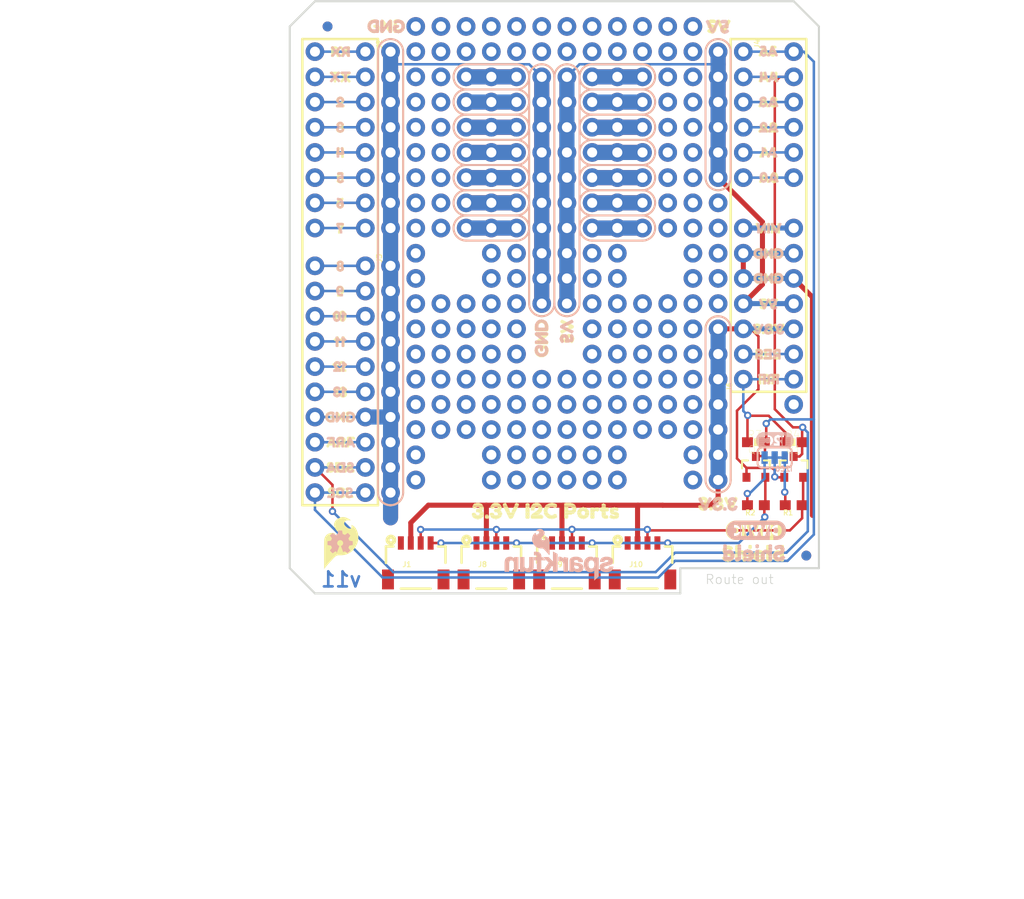
<source format=kicad_pcb>
(kicad_pcb (version 20211014) (generator pcbnew)
  (layers (0 "F.Cu" signal) (31 "B.Cu" signal) (34 "B.Paste" user) (35 "F.Paste" user) (36 "B.SilkS" user "B.Silkscreen") (37 "F.SilkS" user "F.Silkscreen") (38 "B.Mask" user) (39 "F.Mask" user) (44 "Edge.Cuts" user))
  (net 0 "")
  (net 1 "GND")
  (net 2 "3.3V")
  (net 3 "SCL")
  (net 4 "SDA")
  (net 5 "SDA_R3")
  (net 6 "SCL_R3")
  (net 7 "5V")
  (net 8 "RX")
  (net 9 "TX")
  (net 10 "D2")
  (net 11 "D3")
  (net 12 "D4")
  (net 13 "D5")
  (net 14 "D6")
  (net 15 "D7")
  (net 16 "D8")
  (net 17 "D9")
  (net 18 "D10")
  (net 19 "D11")
  (net 20 "D12")
  (net 21 "D13")
  (net 22 "AREF")
  (net 23 "A3")
  (net 24 "A2")
  (net 25 "A1")
  (net 26 "A0")
  (net 27 "IOREF")
  (net 28 "RES")
  (net 29 "VIN")
  (net 30 "CH1")
  (net 31 "CH2")
  (net 32 "CH3")
  (net 33 "CH4")
  (net 34 "CH5")
  (net 35 "CH6")
  (net 36 "CH7")
  (net 37 "CH9")
  (net 38 "CH10")
  (net 39 "CH11")
  (net 40 "CH12")
  (net 41 "CH13")
  (net 42 "CH14")
  (net 43 "CH15")
  (net 44 "N$1")
  (net 45 "N$2")
  (net 46 "N$3")
  (net 47 "N$4")
  (net 48 "N$5")
  (net 49 "N$6")
  (net 50 "N$7")
  (net 51 "N$8")
  (net 52 "N$9")
  (net 53 "N$10")
  (net 54 "N$11")
  (net 55 "N$12")
  (net 56 "N$13")
  (net 57 "N$14")
  (net 58 "N$15")
  (net 59 "N$16")
  (net 60 "N$17")
  (net 61 "N$18")
  (net 62 "N$19")
  (net 63 "N$20")
  (net 64 "N$21")
  (net 65 "N$22")
  (net 66 "N$23")
  (net 67 "N$24")
  (net 68 "N$25")
  (net 69 "N$26")
  (net 70 "N$27")
  (net 71 "N$28")
  (net 72 "N$29")
  (net 73 "N$30")
  (net 74 "N$31")
  (net 75 "N$32")
  (net 76 "N$33")
  (net 77 "N$34")
  (net 78 "N$35")
  (net 79 "N$36")
  (net 80 "N$37")
  (net 81 "N$38")
  (net 82 "N$39")
  (net 83 "N$40")
  (net 84 "N$41")
  (net 85 "N$42")
  (net 86 "N$43")
  (net 87 "N$44")
  (net 88 "N$45")
  (net 89 "N$46")
  (net 90 "N$47")
  (net 91 "N$48")
  (net 92 "N$49")
  (net 93 "N$50")
  (net 94 "N$51")
  (net 95 "N$52")
  (net 96 "N$53")
  (net 97 "N$54")
  (net 98 "N$55")
  (net 99 "N$56")
  (net 100 "N$59")
  (net 101 "N$60")
  (net 102 "N$61")
  (net 103 "N$62")
  (net 104 "N$63")
  (net 105 "N$64")
  (net 106 "N$65")
  (net 107 "N$66")
  (net 108 "N$67")
  (net 109 "N$68")
  (net 110 "N$69")
  (net 111 "N$70")
  (net 112 "N$71")
  (net 113 "N$72")
  (net 114 "N$73")
  (net 115 "N$74")
  (net 116 "N$75")
  (net 117 "N$77")
  (net 118 "N$79")
  (net 119 "N$80")
  (net 120 "N$81")
  (net 121 "N$82")
  (net 122 "N$83")
  (net 123 "N$84")
  (net 124 "N$87")
  (net 125 "N$88")
  (net 126 "N$89")
  (net 127 "N$90")
  (net 128 "N$91")
  (net 129 "N$92")
  (net 130 "N$93")
  (net 131 "N$94")
  (net 132 "N$95")
  (net 133 "N$96")
  (net 134 "N$97")
  (net 135 "N$98")
  (net 136 "N$99")
  (net 137 "N$100")
  (net 138 "N$101")
  (net 139 "N$102")
  (net 140 "N$103")
  (net 141 "N$104")
  (net 142 "N$105")
  (net 143 "N$106")
  (net 144 "N$107")
  (net 145 "N$110")
  (net 146 "N$111")
  (net 147 "N$112")
  (net 148 "N$113")
  (net 149 "N$114")
  (net 150 "N$115")
  (net 151 "N$116")
  (net 152 "N$117")
  (net 153 "N$118")
  (net 154 "N$119")
  (net 155 "N$120")
  (net 156 "N$121")
  (net 157 "N$122")
  (net 158 "N$123")
  (net 159 "N$124")
  (net 160 "N$125")
  (net 161 "N$126")
  (net 162 "N$127")
  (net 163 "N$128")
  (net 164 "N$129")
  (net 165 "N$130")
  (net 166 "N$131")
  (net 167 "N$132")
  (net 168 "N$133")
  (net 169 "N$136")
  (net 170 "N$137")
  (net 171 "N$138")
  (net 172 "N$139")
  (net 173 "N$140")
  (net 174 "N$141")
  (net 175 "N$142")
  (net 176 "N$143")
  (net 177 "N$144")
  (net 178 "N$145")
  (net 179 "N$146")
  (net 180 "N$147")
  (net 181 "N$148")
  (net 182 "N$149")
  (net 183 "N$150")
  (net 184 "N$151")
  (net 185 "N$153")
  (net 186 "N$154")
  (net 187 "N$155")
  (net 188 "N$156")
  (net 189 "N$157")
  (net 190 "N$158")
  (net 191 "N$159")
  (net 192 "N$160")
  (net 193 "N$57")
  (net 194 "N$58")
  (net 195 "N$76")
  (net 196 "N$78")
  (footprint "boardEagle:QWIIC_6MM" (layer "F.Cu") (at 168.8211 128.4986)
    (fp_text reference "LOGO3" hide)
    (fp_text value "QWIIC_LOGO_6MM" hide)
  )
  (footprint "boardEagle:UNO_R3_SHIELD_NOLABELS" (layer "F.Cu") (at 121.8311 134.8486)
    (fp_text reference "U1" hide)
    (fp_text value "ARDUINO UNO" hide)
  )
  (footprint "boardEagle:A127" (layer "F.Cu") (at 168.2496 90.3859)
    (fp_text reference "U$62" hide)
    (fp_text value "" hide)
  )
  (footprint "boardEagle:A424" (layer "F.Cu") (at 168.1988 82.7786)
    (fp_text reference "U$57" hide)
    (fp_text value "" hide)
  )
  (footprint "boardEagle:A028" (layer "F.Cu") (at 168.2115 92.9259)
    (fp_text reference "U$65" hide)
    (fp_text value "" hide)
  )
  (footprint "boardEagle:RES33" (layer "F.Cu") (at 167.8051 110.7313)
    (fp_text reference "U$77" hide)
    (fp_text value "" hide)
  )
  (footprint "boardEagle:GND30" (layer "F.Cu") (at 167.6654 103.0859)
    (fp_text reference "U$69" hide)
    (fp_text value "" hide)
  )
  (footprint "boardEagle:1X10_NO_SILK" (layer "F.Cu") (at 129.4511 101.8286 -90)
    (fp_text reference "J3")
    (fp_text value "")
  )
  (footprint "boardEagle:0603" (layer "F.Cu") (at 168.8211 125.9586 180)
    (fp_text reference "R2")
    (fp_text value "4.7k")
  )
  (footprint "boardEagle:VIN29" (layer "F.Cu") (at 167.8559 98.0313)
    (fp_text reference "U$66" hide)
    (fp_text value "" hide)
  )
  (footprint "boardEagle:712" (layer "F.Cu") (at 125.6157 98.044)
    (fp_text reference "U$23" hide)
    (fp_text value "" hide)
  )
  (footprint "boardEagle:27" (layer "F.Cu") (at 125.5903 85.3059)
    (fp_text reference "U$11" hide)
    (fp_text value "" hide)
  )
  (footprint "boardEagle:1X06_NO_SILK" (layer "F.Cu") (at 167.5511 80.2386 -90)
    (fp_text reference "J4")
    (fp_text value "")
  )
  (footprint "boardEagle:1318" (layer "F.Cu") (at 125.2855 114.5413)
    (fp_text reference "U$35" hide)
    (fp_text value "" hide)
  )
  (footprint "boardEagle:3#3V_I2C_PORTS1" (layer "F.Cu") (at 138.811 126.5174)
    (fp_text reference "U$6" hide)
    (fp_text value "" hide)
  )
  (footprint "boardEagle:RX5" (layer "F.Cu") (at 125.0315 80.2386)
    (fp_text reference "U$7" hide)
    (fp_text value "" hide)
  )
  (footprint "boardEagle:1X04_1MM_RA" (layer "F.Cu") (at 157.3911 129.7686)
    (fp_text reference "J10")
    (fp_text value "Qwiic Right Angle" hide)
  )
  (footprint "boardEagle:38" (layer "F.Cu") (at 125.5776 87.8586)
    (fp_text reference "U$14" hide)
    (fp_text value "" hide)
  )
  (footprint "boardEagle:1X04_1MM_RA" (layer "F.Cu") (at 142.1511 129.7686)
    (fp_text reference "J8")
    (fp_text value "Qwiic Right Angle" hide)
  )
  (footprint "boardEagle:SDA21" (layer "F.Cu") (at 124.5997 122.1359)
    (fp_text reference "U$40" hide)
    (fp_text value "" hide)
  )
  (footprint "boardEagle:CREATIVE_COMMONS" (layer "F.Cu") (at 112.9411 162.7886)
    (fp_text reference "FRAME1" hide)
    (fp_text value "FRAME-LETTER" hide)
  )
  (footprint "boardEagle:5V31" (layer "F.Cu") (at 168.2623 105.6513)
    (fp_text reference "U$73" hide)
    (fp_text value "" hide)
  )
  (footprint "boardEagle:REVISION" (layer "F.Cu") (at 124.3711 165.3286)
    (fp_text reference "LOGO2" hide)
    (fp_text value "REVISION" hide)
  )
  (footprint "boardEagle:3#3V4" (layer "F.Cu") (at 161.8615 125.7935)
    (fp_text reference "U$48" hide)
    (fp_text value "" hide)
  )
  (footprint "boardEagle:1X04_1MM_RA" (layer "F.Cu") (at 134.5311 129.7686)
    (fp_text reference "J1")
    (fp_text value "Qwiic Right Angle" hide)
  )
  (footprint "boardEagle:QWIIC_BOARD_MOUNT_HOLES" (layer "F.Cu") (at 148.5011 111.9886 90)
    (fp_text reference "U$3" hide)
    (fp_text value "QWIIC_BOARD_OUTLINEH" hide)
  )
  (footprint "boardEagle:1X07_NO_SILK" (layer "F.Cu") (at 167.5511 113.2586 90)
    (fp_text reference "J6")
    (fp_text value "")
  )
  (footprint "boardEagle:0603-RES" (layer "F.Cu") (at 172.6311 119.6086)
    (fp_text reference "R4")
    (fp_text value "4.7K")
  )
  (footprint "boardEagle:1015" (layer "F.Cu") (at 125.222 106.8832)
    (fp_text reference "U$28" hide)
    (fp_text value "" hide)
  )
  (footprint "boardEagle:1116" (layer "F.Cu") (at 125.3236 109.4613)
    (fp_text reference "U$31" hide)
    (fp_text value "" hide)
  )
  (footprint "boardEagle:GND30" (layer "F.Cu") (at 124.4981 117.0559)
    (fp_text reference "U$36" hide)
    (fp_text value "" hide)
  )
  (footprint "boardEagle:TX6" (layer "F.Cu") (at 124.9807 82.804)
    (fp_text reference "U$10" hide)
    (fp_text value "" hide)
  )
  (footprint "boardEagle:5V3" (layer "F.Cu") (at 162.7632 77.6859)
    (fp_text reference "U$50" hide)
    (fp_text value "" hide)
  )
  (footprint "boardEagle:GND2" (layer "F.Cu") (at 128.5367 77.6605)
    (fp_text reference "U$44" hide)
    (fp_text value "" hide)
  )
  (footprint "boardEagle:1X04_1MM_RA" (layer "F.Cu") (at 149.7711 129.7686)
    (fp_text reference "J9")
    (fp_text value "Qwiic Right Angle" hide)
  )
  (footprint "boardEagle:510" (layer "F.Cu") (at 125.6157 92.9259)
    (fp_text reference "U$18" hide)
    (fp_text value "" hide)
  )
  (footprint "boardEagle:813" (layer "F.Cu") (at 125.6157 101.8413)
    (fp_text reference "U$24" hide)
    (fp_text value "" hide)
  )
  (footprint "boardEagle:IRF34" (layer "F.Cu") (at 168.1734 113.2586)
    (fp_text reference "U$78" hide)
    (fp_text value "" hide)
  )
  (footprint "boardEagle:1217" (layer "F.Cu") (at 125.2093 111.9632)
    (fp_text reference "U$32" hide)
    (fp_text value "" hide)
  )
  (footprint "boardEagle:A226" (layer "F.Cu") (at 168.1353 87.8586)
    (fp_text reference "U$61" hide)
    (fp_text value "" hide)
  )
  (footprint "boardEagle:5V3" (layer "F.Cu") (at 149.7838 110.7694 90)
    (fp_text reference "U$52" hide)
    (fp_text value "" hide)
  )
  (footprint "boardEagle:GND2" (layer "F.Cu") (at 147.2057 112.1918 90)
    (fp_text reference "U$46" hide)
    (fp_text value "" hide)
  )
  (footprint "boardEagle:1X08_NO_SILK" (layer "F.Cu") (at 129.4511 80.2386 -90)
    (fp_text reference "J2")
    (fp_text value "")
  )
  (footprint "boardEagle:SHIELD0" (layer "F.Cu") (at 164.0332 130.8354)
    (fp_text reference "U$4" hide)
    (fp_text value "" hide)
  )
  (footprint "boardEagle:GND30" (layer "F.Cu") (at 167.6654 100.5713)
    (fp_text reference "U$70" hide)
    (fp_text value "" hide)
  )
  (footprint "boardEagle:49" (layer "F.Cu") (at 125.5649 90.3986)
    (fp_text reference "U$15" hide)
    (fp_text value "" hide)
  )
  (footprint "boardEagle:611" (layer "F.Cu") (at 125.603 95.4913)
    (fp_text reference "U$19" hide)
    (fp_text value "" hide)
  )
  (footprint "boardEagle:914" (layer "F.Cu") (at 125.6284 104.394)
    (fp_text reference "U$27" hide)
    (fp_text value "" hide)
  )
  (footprint "boardEagle:A523" (layer "F.Cu") (at 168.1861 80.1751)
    (fp_text reference "U$54" hide)
    (fp_text value "" hide)
  )
  (footprint "boardEagle:SCL22" (layer "F.Cu") (at 124.7267 124.6886)
    (fp_text reference "U$43" hide)
    (fp_text value "" hide)
  )
  (footprint "boardEagle:SOT23-3" (layer "F.Cu") (at 172.6311 122.1486)
    (fp_text reference "Q1")
    (fp_text value "BSS138")
  )
  (footprint "boardEagle:3#3V32" (layer "F.Cu") (at 167.6273 108.1786)
    (fp_text reference "U$74" hide)
    (fp_text value "" hide)
  )
  (footprint "boardEagle:A325" (layer "F.Cu") (at 168.148 85.3059)
    (fp_text reference "U$58" hide)
    (fp_text value "" hide)
  )
  (footprint "boardEagle:0603-RES" (layer "F.Cu") (at 168.8211 119.6086)
    (fp_text reference "R3")
    (fp_text value "4.7K")
  )
  (footprint "boardEagle:SFE_LOGO_FLAME_.2" (layer "F.Cu") (at 124.9807 132.5499)
    (fp_text reference "U$1" hide)
    (fp_text value "" hide)
  )
  (footprint "boardEagle:SOT23-3" (layer "F.Cu") (at 168.8211 122.1486)
    (fp_text reference "Q2")
    (fp_text value "BSS138")
  )
  (footprint "boardEagle:FIDUCIAL-1X2" (layer "F.Cu") (at 173.9011 131.0386)
    (fp_text reference "FD1" hide)
    (fp_text value "FIDUCIAL1X2" hide)
  )
  (footprint "boardEagle:FIDUCIAL-1X2" (layer "F.Cu") (at 125.6411 77.6986)
    (fp_text reference "FD2" hide)
    (fp_text value "FIDUCIAL1X2" hide)
  )
  (footprint "boardEagle:0603" (layer "F.Cu") (at 172.6311 125.9586 180)
    (fp_text reference "R1")
    (fp_text value "4.7k")
  )
  (footprint "boardEagle:ARF20" (layer "F.Cu") (at 124.587 119.5959)
    (fp_text reference "U$38" hide)
    (fp_text value "" hide)
  )
  (footprint "boardEagle:3#3V4" (layer "B.Cu") (at 168.1226 125.8316 180)
    (fp_text reference "U$49" hide)
    (fp_text value "" hide)
  )
  (footprint "boardEagle:1015" (layer "B.Cu") (at 128.4859 106.9086 180)
    (fp_text reference "U$29" hide)
    (fp_text value "" hide)
  )
  (footprint "boardEagle:5V3" (layer "B.Cu") (at 167.2717 77.7113 180)
    (fp_text reference "U$51" hide)
    (fp_text value "" hide)
  )
  (footprint "boardEagle:FIDUCIAL-1X2" (layer "B.Cu") (at 173.9011 131.0386 180)
    (fp_text reference "FD3" hide)
    (fp_text value "FIDUCIAL1X2" hide)
  )
  (footprint "boardEagle:SFE_LOGO_NAME_FLAME_.1" (layer "B.Cu") (at 154.8511 133.5786 180)
    (fp_text reference "U$2" hide)
    (fp_text value "SFE_LOGO_NAME_FLAME.1_INCH" hide)
  )
  (footprint "boardEagle:5V31" (layer "B.Cu") (at 171.9072 105.6767 180)
    (fp_text reference "U$72" hide)
    (fp_text value "" hide)
  )
  (footprint "boardEagle:A325" (layer "B.Cu") (at 172.0088 85.2932 180)
    (fp_text reference "U$59" hide)
    (fp_text value "" hide)
  )
  (footprint "boardEagle:5V3" (layer "B.Cu") (at 149.7584 110.7694 90)
    (fp_text reference "U$53" hide)
    (fp_text value "" hide)
  )
  (footprint "boardEagle:ARF20" (layer "B.Cu") (at 129.3749 119.6086 180)
    (fp_text reference "U$39" hide)
    (fp_text value "" hide)
  )
  (footprint "boardEagle:27" (layer "B.Cu") (at 128.2446 85.3059 180)
    (fp_text reference "U$12" hide)
    (fp_text value "" hide)
  )
  (footprint "boardEagle:OSHW-LOGO-MINI" (layer "B.Cu") (at 126.9111 129.7686 180)
    (fp_text reference "LOGO1" hide)
    (fp_text value "OSHW-LOGOMINI" hide)
  )
  (footprint "boardEagle:3#3V32" (layer "B.Cu") (at 172.593 108.204 180)
    (fp_text reference "U$75" hide)
    (fp_text value "" hide)
  )
  (footprint "boardEagle:SHIELD0" (layer "B.Cu") (at 173.1518 130.7719 180)
    (fp_text reference "U$5" hide)
    (fp_text value "" hide)
  )
  (footprint "boardEagle:A127" (layer "B.Cu") (at 171.9199 90.3732 180)
    (fp_text reference "U$63" hide)
    (fp_text value "" hide)
  )
  (footprint "boardEagle:611" (layer "B.Cu") (at 128.2192 95.4913 180)
    (fp_text reference "U$20" hide)
    (fp_text value "" hide)
  )
  (footprint "boardEagle:RX5" (layer "B.Cu") (at 128.8542 80.2386 180)
    (fp_text reference "U$8" hide)
    (fp_text value "" hide)
  )
  (footprint "boardEagle:GND2" (layer "B.Cu") (at 147.2184 112.1537 90)
    (fp_text reference "U$47" hide)
    (fp_text value "" hide)
  )
  (footprint "boardEagle:A028" (layer "B.Cu") (at 172.0469 92.9005 180)
    (fp_text reference "U$64" hide)
    (fp_text value "" hide)
  )
  (footprint "boardEagle:510" (layer "B.Cu") (at 128.2319 92.9259 180)
    (fp_text reference "U$17" hide)
    (fp_text value "" hide)
  )
  (footprint "boardEagle:SDA21" (layer "B.Cu") (at 129.2479 122.1486 180)
    (fp_text reference "U$41" hide)
    (fp_text value "" hide)
  )
  (footprint "boardEagle:GND30" (layer "B.Cu") (at 129.3495 117.0686 180)
    (fp_text reference "U$37" hide)
    (fp_text value "" hide)
  )
  (footprint "boardEagle:VIN29" (layer "B.Cu") (at 172.339 98.0313 180)
    (fp_text reference "U$67" hide)
    (fp_text value "" hide)
  )
  (footprint "boardEagle:1318" (layer "B.Cu") (at 128.5113 114.5159 180)
    (fp_text reference "U$34" hide)
    (fp_text value "" hide)
  )
  (footprint "boardEagle:TX6" (layer "B.Cu") (at 128.8669 82.7786 180)
    (fp_text reference "U$9" hide)
    (fp_text value "" hide)
  )
  (footprint "boardEagle:RES33" (layer "B.Cu") (at 172.2755 110.744 180)
    (fp_text reference "U$76" hide)
    (fp_text value "" hide)
  )
  (footprint "boardEagle:A523" (layer "B.Cu") (at 171.9453 80.1751 180)
    (fp_text reference "U$55" hide)
    (fp_text value "" hide)
  )
  (footprint "boardEagle:914" (layer "B.Cu") (at 128.1684 104.3813 180)
    (fp_text reference "U$26" hide)
    (fp_text value "" hide)
  )
  (footprint "boardEagle:A424" (layer "B.Cu") (at 172.0088 82.7786 180)
    (fp_text reference "U$56" hide)
    (fp_text value "" hide)
  )
  (footprint "boardEagle:IRF34" (layer "B.Cu") (at 172.0723 113.2459 180)
    (fp_text reference "U$79" hide)
    (fp_text value "" hide)
  )
  (footprint "boardEagle:1217" (layer "B.Cu") (at 128.524 111.9759 180)
    (fp_text reference "U$33" hide)
    (fp_text value "" hide)
  )
  (footprint "boardEagle:GND2" (layer "B.Cu") (at 134.5819 77.6732 180)
    (fp_text reference "U$45" hide)
    (fp_text value "" hide)
  )
  (footprint "boardEagle:813" (layer "B.Cu") (at 128.2192 101.854 180)
    (fp_text reference "U$25" hide)
    (fp_text value "" hide)
  )
  (footprint "boardEagle:49" (layer "B.Cu") (at 128.27 90.3859 180)
    (fp_text reference "U$16" hide)
    (fp_text value "" hide)
  )
  (footprint "boardEagle:A226" (layer "B.Cu") (at 172.0342 87.8586 180)
    (fp_text reference "U$60" hide)
    (fp_text value "" hide)
  )
  (footprint "boardEagle:SCL22" (layer "B.Cu") (at 129.1209 124.7013 180)
    (fp_text reference "U$42" hide)
    (fp_text value "" hide)
  )
  (footprint "boardEagle:QWIIC_6MM" (layer "B.Cu") (at 168.8211 128.4986 180)
    (fp_text reference "LOGO4" hide)
    (fp_text value "QWIIC_LOGO_6MM" hide)
  )
  (footprint "boardEagle:1116" (layer "B.Cu") (at 128.4859 109.474 180)
    (fp_text reference "U$30" hide)
    (fp_text value "" hide)
  )
  (footprint "boardEagle:38" (layer "B.Cu") (at 128.2573 87.8459 180)
    (fp_text reference "U$13" hide)
    (fp_text value "" hide)
  )
  (footprint "boardEagle:SMT-JUMPER_3_2-NC_TRACE_SILK" (layer "B.Cu") (at 170.7134 121.158)
    (fp_text reference "I2C0")
    (fp_text value "")
  )
  (footprint "boardEagle:GND30" (layer "B.Cu") (at 172.5168 103.0732 180)
    (fp_text reference "U$68" hide)
    (fp_text value "" hide)
  )
  (footprint "boardEagle:712" (layer "B.Cu") (at 128.2065 98.0313 180)
    (fp_text reference "U$21" hide)
    (fp_text value "" hide)
  )
  (footprint "boardEagle:GND30" (layer "B.Cu") (at 172.5041 100.584 180)
    (fp_text reference "U$71" hide)
    (fp_text value "" hide)
  )
  (footprint "boardEagle:I2C0" (layer "B.Cu") (at 172.7454 119.4181 180)
    (fp_text reference "U$22" hide)
    (fp_text value "" hide)
  )
  (footprint "boardEagle:FIDUCIAL-1X2" (layer "B.Cu") (at 125.6411 77.6986 180)
    (fp_text reference "FD4" hide)
    (fp_text value "FIDUCIAL1X2" hide)
  )
  (gr_line (start 144.6911 96.7486) (end 139.6111 96.7486) (layer "B.SilkS") (width 0.2032))
  (gr_line (start 152.3111 99.2886) (end 157.3911 99.2886) (layer "B.SilkS") (width 0.2032))
  (gr_arc (start 158.6611 82.7786) (mid 158.289126 83.676626) (end 157.3911 84.0486) (layer "B.SilkS") (width 0.2032))
  (gr_arc (start 157.3911 86.5886) (mid 158.289126 86.960574) (end 158.6611 87.8586) (layer "B.SilkS") (width 0.2032))
  (gr_arc (start 163.7411 80.2386) (mid 164.113074 79.340574) (end 165.0111 78.9686) (layer "B.SilkS") (width 0.2032))
  (gr_arc (start 144.6911 96.7486) (mid 145.589126 97.120574) (end 145.9611 98.0186) (layer "B.SilkS") (width 0.2032))
  (gr_arc (start 139.6111 91.6686) (mid 138.713074 91.296626) (end 138.3411 90.3986) (layer "B.SilkS") (width 0.2032))
  (gr_arc (start 144.6911 81.5086) (mid 145.589126 81.880574) (end 145.9611 82.7786) (layer "B.SilkS") (width 0.2032))
  (gr_line (start 133.2611 80.2386) (end 133.2611 124.6886) (layer "B.SilkS") (width 0.2032))
  (gr_line (start 148.5011 105.6386) (end 148.5011 82.7786) (layer "B.SilkS") (width 0.2032))
  (gr_line (start 144.6911 84.0486) (end 139.6111 84.0486) (layer "B.SilkS") (width 0.2032))
  (gr_arc (start 131.9911 125.9586) (mid 131.093074 125.586626) (end 130.7211 124.6886) (layer "B.SilkS") (width 0.2032))
  (gr_arc (start 151.0411 90.3986) (mid 151.413074 89.500574) (end 152.3111 89.1286) (layer "B.SilkS") (width 0.2032))
  (gr_line (start 166.2811 92.9386) (end 166.2811 80.2386) (layer "B.SilkS") (width 0.2032))
  (gr_arc (start 151.0411 85.3186) (mid 151.413074 84.420574) (end 152.3111 84.0486) (layer "B.SilkS") (width 0.2032))
  (gr_arc (start 157.3911 94.2086) (mid 158.289126 94.580574) (end 158.6611 95.4786) (layer "B.SilkS") (width 0.2032))
  (gr_arc (start 158.6611 98.0186) (mid 158.289126 98.916626) (end 157.3911 99.2886) (layer "B.SilkS") (width 0.2032))
  (gr_line (start 152.3111 86.5886) (end 157.3911 86.5886) (layer "B.SilkS") (width 0.2032))
  (gr_arc (start 151.0411 95.4786) (mid 151.413074 94.580574) (end 152.3111 94.2086) (layer "B.SilkS") (width 0.2032))
  (gr_arc (start 133.2611 124.6886) (mid 132.889126 125.586626) (end 131.9911 125.9586) (layer "B.SilkS") (width 0.2032))
  (gr_arc (start 138.3411 98.0186) (mid 138.713074 97.120574) (end 139.6111 96.7486) (layer "B.SilkS") (width 0.2032))
  (gr_arc (start 158.6611 85.3186) (mid 158.289126 86.216626) (end 157.3911 86.5886) (layer "B.SilkS") (width 0.2032))
  (gr_line (start 144.6911 91.6686) (end 139.6111 91.6686) (layer "B.SilkS") (width 0.2032))
  (gr_arc (start 130.7211 80.2386) (mid 131.093074 79.340574) (end 131.9911 78.9686) (layer "B.SilkS") (width 0.2032))
  (gr_arc (start 138.3411 90.3986) (mid 138.713074 89.500574) (end 139.6111 89.1286) (layer "B.SilkS") (width 0.2032))
  (gr_line (start 144.6911 94.2086) (end 139.6111 94.2086) (layer "B.SilkS") (width 0.2032))
  (gr_arc (start 138.3411 95.4786) (mid 138.713074 94.580574) (end 139.6111 94.2086) (layer "B.SilkS") (width 0.2032))
  (gr_arc (start 158.6611 95.4786) (mid 158.289126 96.376626) (end 157.3911 96.7486) (layer "B.SilkS") (width 0.2032))
  (gr_arc (start 152.3111 86.5886) (mid 151.413074 86.216626) (end 151.0411 85.3186) (layer "B.SilkS") (width 0.2032))
  (gr_line (start 152.3111 89.1286) (end 157.3911 89.1286) (layer "B.SilkS") (width 0.2032))
  (gr_arc (start 144.6911 89.1286) (mid 145.589126 89.500574) (end 145.9611 90.3986) (layer "B.SilkS") (width 0.2032))
  (gr_line (start 163.7411 123.4186) (end 163.7411 108.1786) (layer "B.SilkS") (width 0.2032))
  (gr_arc (start 145.9611 87.8586) (mid 145.589126 88.756626) (end 144.6911 89.1286) (layer "B.SilkS") (width 0.2032))
  (gr_arc (start 138.3411 92.9386) (mid 138.713074 92.040574) (end 139.6111 91.6686) (layer "B.SilkS") (width 0.2032))
  (gr_arc (start 152.3111 94.2086) (mid 151.413074 93.836626) (end 151.0411 92.9386) (layer "B.SilkS") (width 0.2032))
  (gr_arc (start 145.9611 98.0186) (mid 145.589126 98.916626) (end 144.6911 99.2886) (layer "B.SilkS") (width 0.2032))
  (gr_arc (start 165.0111 94.2086) (mid 164.113074 93.836626) (end 163.7411 92.9386) (layer "B.SilkS") (width 0.2032))
  (gr_arc (start 152.3111 96.7486) (mid 151.413074 96.376626) (end 151.0411 95.4786) (layer "B.SilkS") (width 0.2032))
  (gr_arc (start 145.9611 92.9386) (mid 145.589126 93.836626) (end 144.6911 94.2086) (layer "B.SilkS") (width 0.2032))
  (gr_arc (start 165.0111 106.9086) (mid 165.909126 107.280574) (end 166.2811 108.1786) (layer "B.SilkS") (width 0.2032))
  (gr_arc (start 151.0411 98.0186) (mid 151.413074 97.120574) (end 152.3111 96.7486) (layer "B.SilkS") (width 0.2032))
  (gr_arc (start 151.0411 105.6386) (mid 150.669126 106.536626) (end 149.7711 106.9086) (layer "B.SilkS") (width 0.2032))
  (gr_arc (start 149.7711 106.9086) (mid 148.873074 106.536626) (end 148.5011 105.6386) (layer "B.SilkS") (width 0.2032))
  (gr_line (start 144.6911 89.1286) (end 139.6111 89.1286) (layer "B.SilkS") (width 0.2032))
  (gr_arc (start 144.6911 84.0486) (mid 145.589126 84.420574) (end 145.9611 85.3186) (layer "B.SilkS") (width 0.2032))
  (gr_arc (start 151.0411 82.7786) (mid 151.413074 81.880574) (end 152.3111 81.5086) (layer "B.SilkS") (width 0.2032))
  (gr_line (start 163.7411 80.2386) (end 163.7411 92.9386) (layer "B.SilkS") (width 0.2032))
  (gr_line (start 130.7211 124.6886) (end 130.7211 80.2386) (layer "B.SilkS") (width 0.2032))
  (gr_line (start 144.6911 81.5086) (end 139.6111 81.5086) (layer "B.SilkS") (width 0.2032))
  (gr_arc (start 152.3111 91.6686) (mid 151.413074 91.296626) (end 151.0411 90.3986) (layer "B.SilkS") (width 0.2032))
  (gr_arc (start 147.2311 106.9086) (mid 146.333074 106.536626) (end 145.9611 105.6386) (layer "B.SilkS") (width 0.2032))
  (gr_arc (start 157.3911 96.7486) (mid 158.289126 97.120574) (end 158.6611 98.0186) (layer "B.SilkS") (width 0.2032))
  (gr_arc (start 158.6611 90.3986) (mid 158.289126 91.296626) (end 157.3911 91.6686) (layer "B.SilkS") (width 0.2032))
  (gr_arc (start 139.6111 99.2886) (mid 138.713074 98.916626) (end 138.3411 98.0186) (layer "B.SilkS") (width 0.2032))
  (gr_arc (start 139.6111 84.0486) (mid 138.713074 83.676626) (end 138.3411 82.7786) (layer "B.SilkS") (width 0.2032))
  (gr_line (start 151.0411 105.6386) (end 151.0411 82.7786) (layer "B.SilkS") (width 0.2032))
  (gr_arc (start 166.2811 92.9386) (mid 165.909126 93.836626) (end 165.0111 94.2086) (layer "B.SilkS") (width 0.2032))
  (gr_arc (start 157.3911 84.0486) (mid 158.289126 84.420574) (end 158.6611 85.3186) (layer "B.SilkS") (width 0.2032))
  (gr_arc (start 144.6911 94.2086) (mid 145.589126 94.580574) (end 145.9611 95.4786) (layer "B.SilkS") (width 0.2032))
  (gr_arc (start 145.9611 90.3986) (mid 145.589126 91.296626) (end 144.6911 91.6686) (layer "B.SilkS") (width 0.2032))
  (gr_line (start 152.3111 91.6686) (end 157.3911 91.6686) (layer "B.SilkS") (width 0.2032))
  (gr_arc (start 158.6611 87.8586) (mid 158.289126 88.756626) (end 157.3911 89.1286) (layer "B.SilkS") (width 0.2032))
  (gr_arc (start 138.3411 82.7786) (mid 138.713074 81.880574) (end 139.6111 81.5086) (layer "B.SilkS") (width 0.2032))
  (gr_arc (start 139.6111 96.7486) (mid 138.713074 96.376626) (end 138.3411 95.4786) (layer "B.SilkS") (width 0.2032))
  (gr_arc (start 157.3911 89.1286) (mid 158.289126 89.500574) (end 158.6611 90.3986) (layer "B.SilkS") (width 0.2032))
  (gr_arc (start 144.6911 86.5886) (mid 145.589126 86.960574) (end 145.9611 87.8586) (layer "B.SilkS") (width 0.2032))
  (gr_arc (start 138.3411 85.3186) (mid 138.713074 84.420574) (end 139.6111 84.0486) (layer "B.SilkS") (width 0.2032))
  (gr_arc (start 148.5011 82.7786) (mid 148.873074 81.880574) (end 149.7711 81.5086) (layer "B.SilkS") (width 0.2032))
  (gr_arc (start 145.9611 82.7786) (mid 146.333074 81.880574) (end 147.2311 81.5086) (layer "B.SilkS") (width 0.2032))
  (gr_arc (start 147.2311 81.5086) (mid 148.129126 81.880574) (end 148.5011 82.7786) (layer "B.SilkS") (width 0.2032))
  (gr_arc (start 163.7411 108.1786) (mid 164.113074 107.280574) (end 165.0111 106.9086) (layer "B.SilkS") (width 0.2032))
  (gr_arc (start 149.7711 81.5086) (mid 150.669126 81.880574) (end 151.0411 82.7786) (layer "B.SilkS") (width 0.2032))
  (gr_arc (start 165.0111 124.6886) (mid 164.113074 124.316626) (end 163.7411 123.4186) (layer "B.SilkS") (width 0.2032))
  (gr_arc (start 157.3911 81.5086) (mid 158.289126 81.880574) (end 158.6611 82.7786) (layer "B.SilkS") (width 0.2032))
  (gr_arc (start 152.3111 84.0486) (mid 151.413074 83.676626) (end 151.0411 82.7786) (layer "B.SilkS") (width 0.2032))
  (gr_line (start 152.3111 94.2086) (end 157.3911 94.2086) (layer "B.SilkS") (width 0.2032))
  (gr_arc (start 157.3911 91.6686) (mid 158.289126 92.040574) (end 158.6611 92.9386) (layer "B.SilkS") (width 0.2032))
  (gr_line (start 166.2811 108.1786) (end 166.2811 123.4186) (layer "B.SilkS") (width 0.2032))
  (gr_line (start 144.6911 86.5886) (end 139.6111 86.5886) (layer "B.SilkS") (width 0.2032))
  (gr_arc (start 152.3111 99.2886) (mid 151.413074 98.916626) (end 151.0411 98.0186) (layer "B.SilkS") (width 0.2032))
  (gr_arc (start 138.3411 87.8586) (mid 138.713074 86.960574) (end 139.6111 86.5886) (layer "B.SilkS") (width 0.2032))
  (gr_arc (start 151.0411 87.8586) (mid 151.413074 86.960574) (end 152.3111 86.5886) (layer "B.SilkS") (width 0.2032))
  (gr_line (start 152.3111 96.7486) (end 157.3911 96.7486) (layer "B.SilkS") (width 0.2032))
  (gr_arc (start 145.9611 95.4786) (mid 145.589126 96.376626) (end 144.6911 96.7486) (layer "B.SilkS") (width 0.2032))
  (gr_arc (start 151.0411 92.9386) (mid 151.413074 92.040574) (end 152.3111 91.6686) (layer "B.SilkS") (width 0.2032))
  (gr_line (start 139.6111 99.2886) (end 144.6911 99.2886) (layer "B.SilkS") (width 0.2032))
  (gr_arc (start 139.6111 94.2086) (mid 138.713074 93.836626) (end 138.3411 92.9386) (layer "B.SilkS") (width 0.2032))
  (gr_arc (start 158.6611 92.9386) (mid 158.289126 93.836626) (end 157.3911 94.2086) (layer "B.SilkS") (width 0.2032))
  (gr_arc (start 165.0111 78.9686) (mid 165.909126 79.340574) (end 166.2811 80.2386) (layer "B.SilkS") (width 0.2032))
  (gr_line (start 157.3911 81.5086) (end 152.3111 81.5086) (layer "B.SilkS") (width 0.2032))
  (gr_line (start 152.3111 84.0486) (end 157.3911 84.0486) (layer "B.SilkS") (width 0.2032))
  (gr_arc (start 144.6911 91.6686) (mid 145.589126 92.040574) (end 145.9611 92.9386) (layer "B.SilkS") (width 0.2032))
  (gr_arc (start 145.9611 82.7786) (mid 145.589126 83.676626) (end 144.6911 84.0486) (layer "B.SilkS") (width 0.2032))
  (gr_arc (start 166.2811 123.4186) (mid 165.909126 124.316626) (end 165.0111 124.6886) (layer "B.SilkS") (width 0.2032))
  (gr_arc (start 131.9911 78.9686) (mid 132.889126 79.340574) (end 133.2611 80.2386) (layer "B.SilkS") (width 0.2032))
  (gr_arc (start 148.5011 105.6386) (mid 148.129126 106.536626) (end 147.2311 106.9086) (layer "B.SilkS") (width 0.2032))
  (gr_arc (start 152.3111 89.1286) (mid 151.413074 88.756626) (end 151.0411 87.8586) (layer "B.SilkS") (width 0.2032))
  (gr_arc (start 145.9611 85.3186) (mid 145.589126 86.216626) (end 144.6911 86.5886) (layer "B.SilkS") (width 0.2032))
  (gr_line (start 145.9611 82.7786) (end 145.9611 105.6386) (layer "B.SilkS") (width 0.2032))
  (gr_arc (start 139.6111 89.1286) (mid 138.713074 88.756626) (end 138.3411 87.8586) (layer "B.SilkS") (width 0.2032))
  (gr_arc (start 139.6111 86.5886) (mid 138.713074 86.216626) (end 138.3411 85.3186) (layer "B.SilkS") (width 0.2032))
  (gr_arc (start 144.6911 86.5886) (mid 145.589126 86.960574) (end 145.9611 87.8586) (layer "F.SilkS") (width 0.2032))
  (gr_line (start 130.7211 78.9686) (end 130.7211 80.2386) (layer "F.SilkS") (width 0.254))
  (gr_line (start 166.2811 114.5286) (end 166.2811 108.1786) (layer "F.SilkS") (width 0.2032))
  (gr_arc (start 145.9611 92.9386) (mid 145.589126 93.836626) (end 144.6911 94.2086) (layer "F.SilkS") (width 0.2032))
  (gr_line (start 157.3911 81.5086) (end 152.3111 81.5086) (layer "F.SilkS") (width 0.2032))
  (gr_arc (start 158.6611 82.7786) (mid 158.289126 83.676626) (end 157.3911 84.0486) (layer "F.SilkS") (width 0.2032))
  (gr_arc (start 166.2811 92.9386) (mid 165.909126 93.836626) (end 165.0111 94.2086) (layer "F.SilkS") (width 0.2032))
  (gr_arc (start 145.9611 82.7786) (mid 145.589126 83.676626) (end 144.6911 84.0486) (layer "F.SilkS") (width 0.2032))
  (gr_line (start 123.1011 125.9586) (end 130.7211 125.9586) (layer "F.SilkS") (width 0.254))
  (gr_line (start 152.3111 86.5886) (end 157.3911 86.5886) (layer "F.SilkS") (width 0.2032))
  (gr_arc (start 144.6911 94.2086) (mid 145.589126 94.580574) (end 145.9611 95.4786) (layer "F.SilkS") (width 0.2032))
  (gr_arc (start 138.3411 98.0186) (mid 138.713074 97.120574) (end 139.6111 96.7486) (layer "F.SilkS") (width 0.2032))
  (gr_line (start 173.9011 78.9686) (end 166.2811 78.9686) (layer "F.SilkS") (width 0.254))
  (gr_line (start 144.6911 81.5086) (end 139.6111 81.5086) (layer "F.SilkS") (width 0.2032))
  (gr_line (start 144.6911 89.1286) (end 139.6111 89.1286) (layer "F.SilkS") (width 0.2032))
  (gr_line (start 133.2611 124.6886) (end 133.2611 80.2386) (layer "F.SilkS") (width 0.2032))
  (gr_arc (start 151.0411 90.3986) (mid 151.413074 89.500574) (end 152.3111 89.1286) (layer "F.SilkS") (width 0.2032))
  (gr_line (start 130.7211 124.6886) (end 130.7211 125.9586) (layer "F.SilkS") (width 0.254))
  (gr_arc (start 165.0111 94.2086) (mid 164.113074 93.836626) (end 163.7411 92.9386) (layer "F.SilkS") (width 0.2032))
  (gr_arc (start 145.9611 98.0186) (mid 145.589126 98.916626) (end 144.6911 99.2886) (layer "F.SilkS") (width 0.2032))
  (gr_arc (start 158.6611 95.4786) (mid 158.289126 96.376626) (end 157.3911 96.7486) (layer "F.SilkS") (width 0.2032))
  (gr_line (start 151.0411 92.9386) (end 151.0411 90.3986) (layer "F.SilkS") (width 0.2032))
  (gr_line (start 144.6911 94.2086) (end 139.6111 94.2086) (layer "F.SilkS") (width 0.2032))
  (gr_arc (start 152.3111 99.2886) (mid 151.413074 98.916626) (end 151.0411 98.0186) (layer "F.SilkS") (width 0.2032))
  (gr_arc (start 139.6111 99.2886) (mid 138.713074 98.916626) (end 138.3411 98.0186) (layer "F.SilkS") (width 0.2032))
  (gr_arc (start 151.0411 95.4786) (mid 151.413074 94.580574) (end 152.3111 94.2086) (layer "F.SilkS") (width 0.2032))
  (gr_arc (start 152.3111 94.2086) (mid 151.413074 93.836626) (end 151.0411 92.9386) (layer "F.SilkS") (width 0.2032))
  (gr_line (start 145.9611 87.8586) (end 145.9611 90.3986) (layer "F.SilkS") (width 0.2032))
  (gr_line (start 166.2811 123.4186) (end 166.2811 114.5286) (layer "F.SilkS") (width 0.2032))
  (gr_arc (start 151.0411 105.6386) (mid 150.669126 106.536626) (end 149.7711 106.9086) (layer "F.SilkS") (width 0.2032))
  (gr_line (start 151.0411 95.4786) (end 151.0411 92.9386) (layer "F.SilkS") (width 0.2032))
  (gr_line (start 145.9611 98.0186) (end 145.9611 105.6386) (layer "F.SilkS") (width 0.2032))
  (gr_arc (start 151.0411 85.3186) (mid 151.413074 84.420574) (end 152.3111 84.0486) (layer "F.SilkS") (width 0.2032))
  (gr_line (start 152.3111 96.7486) (end 157.3911 96.7486) (layer "F.SilkS") (width 0.2032))
  (gr_arc (start 145.9611 95.4786) (mid 145.589126 96.376626) (end 144.6911 96.7486) (layer "F.SilkS") (width 0.2032))
  (gr_arc (start 147.2311 81.5086) (mid 148.129126 81.880574) (end 148.5011 82.7786) (layer "F.SilkS") (width 0.2032))
  (gr_line (start 130.7211 78.9686) (end 123.1011 78.9686) (layer "F.SilkS") (width 0.254))
  (gr_arc (start 138.3411 82.7786) (mid 138.713074 81.880574) (end 139.6111 81.5086) (layer "F.SilkS") (width 0.2032))
  (gr_line (start 145.9611 85.3186) (end 145.9611 87.8586) (layer "F.SilkS") (width 0.2032))
  (gr_arc (start 130.7211 80.2386) (mid 131.093074 79.340574) (end 131.9911 78.9686) (layer "F.SilkS") (width 0.2032))
  (gr_arc (start 138.3411 92.9386) (mid 138.713074 92.040574) (end 139.6111 91.6686) (layer "F.SilkS") (width 0.2032))
  (gr_line (start 163.7411 108.1786) (end 163.7411 123.4186) (layer "F.SilkS") (width 0.2032))
  (gr_line (start 123.1011 78.9686) (end 123.1011 125.9586) (layer "F.SilkS") (width 0.254))
  (gr_arc (start 147.2311 106.9086) (mid 146.333074 106.536626) (end 145.9611 105.6386) (layer "F.SilkS") (width 0.2032))
  (gr_line (start 173.9011 114.5286) (end 173.9011 78.9686) (layer "F.SilkS") (width 0.254))
  (gr_line (start 166.2811 80.2386) (end 166.2811 92.9386) (layer "F.SilkS") (width 0.254))
  (gr_line (start 144.6911 86.5886) (end 139.6111 86.5886) (layer "F.SilkS") (width 0.2032))
  (gr_line (start 166.2811 114.5286) (end 173.9011 114.5286) (layer "F.SilkS") (width 0.254))
  (gr_arc (start 157.3911 96.7486) (mid 158.289126 97.120574) (end 158.6611 98.0186) (layer "F.SilkS") (width 0.2032))
  (gr_arc (start 144.6911 91.6686) (mid 145.589126 92.040574) (end 145.9611 92.9386) (layer "F.SilkS") (width 0.2032))
  (gr_line (start 139.6111 99.2886) (end 144.6911 99.2886) (layer "F.SilkS") (width 0.2032))
  (gr_arc (start 139.6111 89.1286) (mid 138.713074 88.756626) (end 138.3411 87.8586) (layer "F.SilkS") (width 0.2032))
  (gr_arc (start 158.6611 87.8586) (mid 158.289126 88.756626) (end 157.3911 89.1286) (layer "F.SilkS") (width 0.2032))
  (gr_arc (start 158.6611 85.3186) (mid 158.289126 86.216626) (end 157.3911 86.5886) (layer "F.SilkS") (width 0.2032))
  (gr_arc (start 152.3111 84.0486) (mid 151.413074 83.676626) (end 151.0411 82.7786) (layer "F.SilkS") (width 0.2032))
  (gr_line (start 148.5011 105.6386) (end 148.5011 82.7786) (layer "F.SilkS") (width 0.2032))
  (gr_arc (start 157.3911 84.0486) (mid 158.289126 84.420574) (end 158.6611 85.3186) (layer "F.SilkS") (width 0.2032))
  (gr_arc (start 157.3911 94.2086) (mid 158.289126 94.580574) (end 158.6611 95.4786) (layer "F.SilkS") (width 0.2032))
  (gr_line (start 152.3111 91.6686) (end 157.3911 91.6686) (layer "F.SilkS") (width 0.2032))
  (gr_line (start 145.9611 95.4786) (end 145.9611 98.0186) (layer "F.SilkS") (width 0.2032))
  (gr_arc (start 138.3411 90.3986) (mid 138.713074 89.500574) (end 139.6111 89.1286) (layer "F.SilkS") (width 0.2032))
  (gr_line (start 152.3111 99.2886) (end 157.3911 99.2886) (layer "F.SilkS") (width 0.2032))
  (gr_arc (start 139.6111 84.0486) (mid 138.713074 83.676626) (end 138.3411 82.7786) (layer "F.SilkS") (width 0.2032))
  (gr_line (start 151.0411 98.0186) (end 151.0411 95.4786) (layer "F.SilkS") (width 0.2032))
  (gr_arc (start 158.6611 90.3986) (mid 158.289126 91.296626) (end 157.3911 91.6686) (layer "F.SilkS") (width 0.2032))
  (gr_arc (start 138.3411 95.4786) (mid 138.713074 94.580574) (end 139.6111 94.2086) (layer "F.SilkS") (width 0.2032))
  (gr_line (start 145.9611 92.9386) (end 145.9611 95.4786) (layer "F.SilkS") (width 0.2032))
  (gr_arc (start 163.7411 80.2386) (mid 164.113074 79.340574) (end 165.0111 78.9686) (layer "F.SilkS") (width 0.2032))
  (gr_arc (start 166.2811 123.4186) (mid 165.909126 124.316626) (end 165.0111 124.6886) (layer "F.SilkS") (width 0.2032))
  (gr_line (start 166.2811 78.9686) (end 166.2811 80.2386) (layer "F.SilkS") (width 0.254))
  (gr_arc (start 139.6111 86.5886) (mid 138.713074 86.216626) (end 138.3411 85.3186) (layer "F.SilkS") (width 0.2032))
  (gr_arc (start 148.5011 82.7786) (mid 148.873074 81.880574) (end 149.7711 81.5086) (layer "F.SilkS") (width 0.2032))
  (gr_arc (start 163.7411 108.1786) (mid 164.113074 107.280574) (end 165.0111 106.9086) (layer "F.SilkS") (width 0.2032))
  (gr_arc (start 148.5011 105.6386) (mid 148.129126 106.536626) (end 147.2311 106.9086) (layer "F.SilkS") (width 0.2032))
  (gr_arc (start 145.9611 82.7786) (mid 146.333074 81.880574) (end 147.2311 81.5086) (layer "F.SilkS") (width 0.2032))
  (gr_line (start 166.2811 92.9386) (end 166.2811 114.5286) (layer "F.SilkS") (width 0.254))
  (gr_line (start 151.0411 105.6386) (end 151.0411 98.0186) (layer "F.SilkS") (width 0.2032))
  (gr_arc (start 149.7711 106.9086) (mid 148.873074 106.536626) (end 148.5011 105.6386) (layer "F.SilkS") (width 0.2032))
  (gr_arc (start 145.9611 85.3186) (mid 145.589126 86.216626) (end 144.6911 86.5886) (layer "F.SilkS") (width 0.2032))
  (gr_arc (start 138.3411 85.3186) (mid 138.713074 84.420574) (end 139.6111 84.0486) (layer "F.SilkS") (width 0.2032))
  (gr_arc (start 165.0111 78.9686) (mid 165.909126 79.340574) (end 166.2811 80.2386) (layer "F.SilkS") (width 0.2032))
  (gr_line (start 151.0411 85.3186) (end 151.0411 82.7786) (layer "F.SilkS") (width 0.2032))
  (gr_line (start 145.9611 90.3986) (end 145.9611 92.9386) (layer "F.SilkS") (width 0.2032))
  (gr_arc (start 152.3111 91.6686) (mid 151.413074 91.296626) (end 151.0411 90.3986) (layer "F.SilkS") (width 0.2032))
  (gr_line (start 144.6911 96.7486) (end 139.6111 96.7486) (layer "F.SilkS") (width 0.2032))
  (gr_arc (start 152.3111 89.1286) (mid 151.413074 88.756626) (end 151.0411 87.8586) (layer "F.SilkS") (width 0.2032))
  (gr_arc (start 152.3111 86.5886) (mid 151.413074 86.216626) (end 151.0411 85.3186) (layer "F.SilkS") (width 0.2032))
  (gr_line (start 163.7411 80.2386) (end 163.7411 92.9386) (layer "F.SilkS") (width 0.2032))
  (gr_line (start 152.3111 94.2086) (end 157.3911 94.2086) (layer "F.SilkS") (width 0.2032))
  (gr_line (start 144.6911 91.6686) (end 139.6111 91.6686) (layer "F.SilkS") (width 0.2032))
  (gr_arc (start 157.3911 81.5086) (mid 158.289126 81.880574) (end 158.6611 82.7786) (layer "F.SilkS") (width 0.2032))
  (gr_arc (start 163.7411 108.1786) (mid 164.113074 107.280574) (end 165.0111 106.9086) (layer "F.SilkS") (width 0.2032))
  (gr_arc (start 139.6111 91.6686) (mid 138.713074 91.296626) (end 138.3411 90.3986) (layer "F.SilkS") (width 0.2032))
  (gr_arc (start 151.0411 92.9386) (mid 151.413074 92.040574) (end 152.3111 91.6686) (layer "F.SilkS") (width 0.2032))
  (gr_arc (start 133.2611 124.6886) (mid 132.889126 125.586626) (end 131.9911 125.9586) (layer "F.SilkS") (width 0.2032))
  (gr_line (start 151.0411 87.8586) (end 151.0411 85.3186) (layer "F.SilkS") (width 0.2032))
  (gr_arc (start 149.7711 81.5086) (mid 150.669126 81.880574) (end 151.0411 82.7786) (layer "F.SilkS") (width 0.2032))
  (gr_arc (start 163.7411 108.1786) (mid 164.113074 107.280574) (end 165.0111 106.9086) (layer "F.SilkS") (width 0.2032))
  (gr_arc (start 144.6911 89.1286) (mid 145.589126 89.500574) (end 145.9611 90.3986) (layer "F.SilkS") (width 0.2032))
  (gr_arc (start 138.3411 87.8586) (mid 138.713074 86.960574) (end 139.6111 86.5886) (layer "F.SilkS") (width 0.2032))
  (gr_arc (start 131.9911 125.9586) (mid 131.093074 125.586626) (end 130.7211 124.6886) (layer "F.SilkS") (width 0.2032))
  (gr_line (start 151.0411 90.3986) (end 151.0411 87.8586) (layer "F.SilkS") (width 0.2032))
  (gr_line (start 144.6911 84.0486) (end 139.6111 84.0486) (layer "F.SilkS") (width 0.2032))
  (gr_arc (start 158.6611 98.0186) (mid 158.289126 98.916626) (end 157.3911 99.2886) (layer "F.SilkS") (width 0.2032))
  (gr_arc (start 157.3911 89.1286) (mid 158.289126 89.500574) (end 158.6611 90.3986) (layer "F.SilkS") (width 0.2032))
  (gr_line (start 152.3111 84.0486) (end 157.3911 84.0486) (layer "F.SilkS") (width 0.2032))
  (gr_line (start 130.7211 80.2386) (end 130.7211 124.6886) (layer "F.SilkS") (width 0.254))
  (gr_arc (start 157.3911 86.5886) (mid 158.289126 86.960574) (end 158.6611 87.8586) (layer "F.SilkS") (width 0.2032))
  (gr_arc (start 165.0111 124.6886) (mid 164.113074 124.316626) (end 163.7411 123.4186) (layer "F.SilkS") (width 0.2032))
  (gr_arc (start 151.0411 82.7786) (mid 151.413074 81.880574) (end 152.3111 81.5086) (layer "F.SilkS") (width 0.2032))
  (gr_line (start 145.9611 82.7786) (end 145.9611 85.3186) (layer "F.SilkS") (width 0.2032))
  (gr_arc (start 157.3911 91.6686) (mid 158.289126 92.040574) (end 158.6611 92.9386) (layer "F.SilkS") (width 0.2032))
  (gr_arc (start 144.6911 96.7486) (mid 145.589126 97.120574) (end 145.9611 98.0186) (layer "F.SilkS") (width 0.2032))
  (gr_arc (start 151.0411 87.8586) (mid 151.413074 86.960574) (end 152.3111 86.5886) (layer "F.SilkS") (width 0.2032))
  (gr_line (start 152.3111 89.1286) (end 157.3911 89.1286) (layer "F.SilkS") (width 0.2032))
  (gr_arc (start 151.0411 98.0186) (mid 151.413074 97.120574) (end 152.3111 96.7486) (layer "F.SilkS") (width 0.2032))
  (gr_arc (start 145.9611 87.8586) (mid 145.589126 88.756626) (end 144.6911 89.1286) (layer "F.SilkS") (width 0.2032))
  (gr_arc (start 152.3111 96.7486) (mid 151.413074 96.376626) (end 151.0411 95.4786) (layer "F.SilkS") (width 0.2032))
  (gr_arc (start 144.6911 81.5086) (mid 145.589126 81.880574) (end 145.9611 82.7786) (layer "F.SilkS") (width 0.2032))
  (gr_arc (start 131.9911 78.9686) (mid 132.889126 79.340574) (end 133.2611 80.2386) (layer "F.SilkS") (width 0.2032))
  (gr_arc (start 139.6111 94.2086) (mid 138.713074 93.836626) (end 138.3411 92.9386) (layer "F.SilkS") (width 0.2032))
  (gr_arc (start 158.6611 92.9386) (mid 158.289126 93.836626) (end 157.3911 94.2086) (layer "F.SilkS") (width 0.2032))
  (gr_arc (start 144.6911 84.0486) (mid 145.589126 84.420574) (end 145.9611 85.3186) (layer "F.SilkS") (width 0.2032))
  (gr_arc (start 139.6111 96.7486) (mid 138.713074 96.376626) (end 138.3411 95.4786) (layer "F.SilkS") (width 0.2032))
  (gr_arc (start 145.9611 90.3986) (mid 145.589126 91.296626) (end 144.6911 91.6686) (layer "F.SilkS") (width 0.2032))
  (gr_arc (start 165.0111 106.9086) (mid 165.909126 107.280574) (end 166.2811 108.1786) (layer "F.SilkS") (width 0.2032))
  (gr_line (start 121.8311 77.6986) (end 121.8311 132.3086) (layer "Edge.Cuts") (width 0.2032))
  (gr_line (start 124.3711 75.1586) (end 172.6311 75.1586) (layer "Edge.Cuts") (width 0.2032))
  (gr_line (start 172.6311 75.1586) (end 175.1711 77.6986) (layer "Edge.Cuts") (width 0.2032))
  (gr_line (start 161.2011 132.3086) (end 175.1711 132.3086) (layer "Edge.Cuts") (width 0.2032))
  (gr_line (start 161.2011 134.8486) (end 161.2011 132.3086) (layer "Edge.Cuts") (width 0.2032))
  (gr_line (start 175.1711 132.3086) (end 175.1711 77.6986) (layer "Edge.Cuts") (width 0.2032))
  (gr_line (start 124.3711 134.8486) (end 161.2011 134.8486) (layer "Edge.Cuts") (width 0.2032))
  (gr_line (start 121.8311 77.6986) (end 124.3711 75.1586) (layer "Edge.Cuts") (width 0.2032))
  (gr_line (start 124.3711 134.8486) (end 121.8311 132.3086) (layer "Edge.Cuts") (width 0.2032))
  (gr_text "v11" (at 129.1971 134.3406) (layer "B.Cu") (effects (font (size 1.5113 1.5113) (thickness 0.2667)) (justify left bottom mirror)))
  (gr_text "Route out" (at 163.6649 133.985) (layer "Edge.Cuts") (effects (font (size 0.93472 0.93472) (thickness 0.08128)) (justify left bottom)))
  (segment (start 147.2311 103.0986) (end 147.2311 105.6386) (width 1.524) (layer "F.Cu") (net 1))
  (segment (start 147.2311 98.0186) (end 147.2311 100.5586) (width 1.524) (layer "F.Cu") (net 1))
  (segment (start 131.9911 82.7786) (end 131.9911 85.3186) (width 1.524) (layer "F.Cu") (net 1))
  (segment (start 131.9911 92.9386) (end 131.9911 95.4786) (width 1.524) (layer "F.Cu") (net 1))
  (segment (start 131.9911 122.1486) (end 131.9911 124.6886) (width 1.524) (layer "F.Cu") (net 1))
  (segment (start 131.9911 90.3986) (end 131.9911 92.9386) (width 1.524) (layer "F.Cu") (net 1))
  (segment (start 172.6311 103.0986) (end 174.518321 104.985822) (width 0.508) (layer "F.Cu") (net 1))
  (segment (start 167.5511 100.5586) (end 167.5511 103.0986) (width 0.508) (layer "F.Cu") (net 1))
  (segment (start 131.9911 111.9886) (end 131.9911 114.5286) (width 1.524) (layer "F.Cu") (net 1))
  (segment (start 147.2311 92.9386) (end 147.2311 95.4786) (width 1.524) (layer "F.Cu") (net 1))
  (segment (start 147.2311 100.5586) (end 147.2311 103.0986) (width 1.524) (layer "F.Cu") (net 1))
  (segment (start 147.2311 85.3186) (end 147.2311 87.8586) (width 1.524) (layer "F.Cu") (net 1))
  (segment (start 131.9911 98.0186) (end 131.9911 101.8286) (width 1.524) (layer "F.Cu") (net 1))
  (segment (start 131.9911 80.2386) (end 131.9911 82.7786) (width 1.524) (layer "F.Cu") (net 1))
  (segment (start 131.9911 124.6886) (end 131.9911 127.2286) (width 1.524) (layer "F.Cu") (net 1))
  (segment (start 131.9911 117.0686) (end 131.9911 119.6086) (width 1.524) (layer "F.Cu") (net 1))
  (segment (start 131.9911 114.5286) (end 131.9911 117.0686) (width 1.524) (layer "F.Cu") (net 1))
  (segment (start 147.2311 95.4786) (end 147.2311 98.0186) (width 1.524) (layer "F.Cu") (net 1))
  (segment (start 147.2311 90.3986) (end 147.2311 92.9386) (width 1.524) (layer "F.Cu") (net 1))
  (segment (start 147.2311 82.7786) (end 147.2311 85.3186) (width 1.524) (layer "F.Cu") (net 1))
  (segment (start 131.9911 85.3186) (end 131.9911 87.8586) (width 1.524) (layer "F.Cu") (net 1))
  (segment (start 131.9911 104.3686) (end 131.9911 106.9086) (width 1.524) (layer "F.Cu") (net 1))
  (segment (start 131.9911 109.4486) (end 131.9911 111.9886) (width 1.524) (layer "F.Cu") (net 1))
  (segment (start 131.9911 87.8586) (end 131.9911 90.3986) (width 1.524) (layer "F.Cu") (net 1))
  (segment (start 131.9911 101.8286) (end 131.9911 104.3686) (width 1.524) (layer "F.Cu") (net 1))
  (segment (start 131.9911 95.4786) (end 131.9911 98.0186) (width 1.524) (layer "F.Cu") (net 1))
  (segment (start 174.518321 104.985822) (end 174.518321 126.98476) (width 0.508) (layer "F.Cu") (net 1))
  (segment (start 131.9911 106.9086) (end 131.9911 109.4486) (width 1.524) (layer "F.Cu") (net 1))
  (segment (start 131.9911 119.6086) (end 131.9911 122.1486) (width 1.524) (layer "F.Cu") (net 1))
  (segment (start 147.2311 87.8586) (end 147.2311 90.3986) (width 1.524) (layer "F.Cu") (net 1))
  (via (at 131.9911 117.0686) (size 1.8796) (drill 1.016) (layers "F.Cu" "B.Cu") (net 1))
  (via (at 131.9911 109.4486) (size 1.8796) (drill 1.016) (layers "F.Cu" "B.Cu") (net 1))
  (via (at 131.9911 122.1486) (size 1.8796) (drill 1.016) (layers "F.Cu" "B.Cu") (net 1))
  (via (at 147.2311 92.9386) (size 1.8796) (drill 1.016) (layers "F.Cu" "B.Cu") (net 1))
  (via (at 131.9911 82.7786) (size 1.8796) (drill 1.016) (layers "F.Cu" "B.Cu") (net 1))
  (via (at 131.9911 85.3186) (size 1.8796) (drill 1.016) (layers "F.Cu" "B.Cu") (net 1))
  (via (at 131.9911 87.8586) (size 1.8796) (drill 1.016) (layers "F.Cu" "B.Cu") (net 1))
  (via (at 147.2311 82.7786) (size 1.8796) (drill 1.016) (layers "F.Cu" "B.Cu") (net 1))
  (via (at 147.2311 95.4786) (size 1.8796) (drill 1.016) (layers "F.Cu" "B.Cu") (net 1))
  (via (at 147.2311 100.5586) (size 1.8796) (drill 1.016) (layers "F.Cu" "B.Cu") (net 1))
  (via (at 147.2311 87.8586) (size 1.8796) (drill 1.016) (layers "F.Cu" "B.Cu") (net 1))
  (via (at 131.9911 124.6886) (size 1.8796) (drill 1.016) (layers "F.Cu" "B.Cu") (net 1))
  (via (at 131.9911 98.0186) (size 1.8796) (drill 1.016) (layers "F.Cu" "B.Cu") (net 1))
  (via (at 131.9911 111.9886) (size 1.8796) (drill 1.016) (layers "F.Cu" "B.Cu") (net 1))
  (via (at 131.9911 114.5286) (size 1.8796) (drill 1.016) (layers "F.Cu" "B.Cu") (net 1))
  (via (at 131.9911 80.2386) (size 1.8796) (drill 1.016) (layers "F.Cu" "B.Cu") (net 1))
  (via (at 147.2311 98.0186) (size 1.8796) (drill 1.016) (layers "F.Cu" "B.Cu") (net 1))
  (via (at 131.9911 104.3686) (size 1.8796) (drill 1.016) (layers "F.Cu" "B.Cu") (net 1))
  (via (at 131.9911 95.4786) (size 1.8796) (drill 1.016) (layers "F.Cu" "B.Cu") (net 1))
  (via (at 131.9911 101.8286) (size 1.8796) (drill 1.016) (layers "F.Cu" "B.Cu") (net 1))
  (via (at 131.9911 92.9386) (size 1.8796) (drill 1.016) (layers "F.Cu" "B.Cu") (net 1))
  (via (at 147.2311 85.3186) (size 1.8796) (drill 1.016) (layers "F.Cu" "B.Cu") (net 1))
  (via (at 131.9911 119.6086) (size 1.8796) (drill 1.016) (layers "F.Cu" "B.Cu") (net 1))
  (via (at 147.2311 103.0986) (size 1.8796) (drill 1.016) (layers "F.Cu" "B.Cu") (net 1))
  (via (at 147.2311 105.6386) (size 1.8796) (drill 1.016) (layers "F.Cu" "B.Cu") (net 1))
  (via (at 147.2311 90.3986) (size 1.8796) (drill 1.016) (layers "F.Cu" "B.Cu") (net 1))
  (via (at 131.9911 90.3986) (size 1.8796) (drill 1.016) (layers "F.Cu" "B.Cu") (net 1))
  (via (at 131.9911 106.9086) (size 1.8796) (drill 1.016) (layers "F.Cu" "B.Cu") (net 1))
  (segment (start 131.9911 82.7786) (end 131.9911 85.3186) (width 1.524) (layer "B.Cu") (net 1))
  (segment (start 147.2311 95.4786) (end 147.2311 98.0186) (width 1.524) (layer "B.Cu") (net 1))
  (segment (start 147.2311 87.8586) (end 147.2311 90.3986) (width 1.524) (layer "B.Cu") (net 1))
  (segment (start 147.2311 90.3986) (end 147.2311 92.9386) (width 1.524) (layer "B.Cu") (net 1))
  (segment (start 147.2311 82.7786) (end 147.2311 85.3186) (width 1.524) (layer "B.Cu") (net 1))
  (segment (start 131.9911 85.3186) (end 131.9911 87.8586) (width 1.524) (layer "B.Cu") (net 1))
  (segment (start 131.9911 87.8586) (end 131.9911 90.3986) (width 1.524) (layer "B.Cu") (net 1))
  (segment (start 146.5961 82.1436) (end 145.9611 81.5086) (width 0.254) (layer "B.Cu") (net 1))
  (segment (start 147.2311 100.5586) (end 147.2311 103.0986) (width 1.524) (layer "B.Cu") (net 1))
  (segment (start 147.2311 103.0986) (end 147.2311 105.6386) (width 1.524) (layer "B.Cu") (net 1))
  (segment (start 131.9911 95.4786) (end 131.9911 98.0186) (width 1.524) (layer "B.Cu") (net 1))
  (segment (start 172.6311 100.5586) (end 167.5511 100.5586) (width 0.508) (layer "B.Cu") (net 1))
  (segment (start 147.2311 92.9386) (end 147.2311 95.4786) (width 1.524) (layer "B.Cu") (net 1))
  (segment (start 131.9911 101.8286) (end 131.9911 124.6886) (width 1.524) (layer "B.Cu") (net 1))
  (segment (start 129.4511 117.0686) (end 131.9911 117.0686) (width 1.524) (layer "B.Cu") (net 1))
  (segment (start 147.2311 82.1436) (end 146.5961 82.1436) (width 0.254) (layer "B.Cu") (net 1))
  (segment (start 167.5511 103.0986) (end 172.6311 103.0986) (width 0.508) (layer "B.Cu") (net 1))
  (segment (start 131.9911 80.2386) (end 131.9911 81.5086) (width 1.524) (layer "B.Cu") (net 1))
  (segment (start 145.9611 81.5086) (end 131.9911 81.5086) (width 0.254) (layer "B.Cu") (net 1))
  (segment (start 131.9911 92.9386) (end 131.9911 95.4786) (width 1.524) (layer "B.Cu") (net 1))
  (segment (start 147.2311 98.0186) (end 147.2311 100.5586) (width 1.524) (layer "B.Cu") (net 1))
  (segment (start 147.2311 82.1436) (end 147.2311 82.7786) (width 0.3048) (layer "B.Cu") (net 1))
  (segment (start 131.9911 98.0186) (end 131.9911 101.8286) (width 1.524) (layer "B.Cu") (net 1))
  (segment (start 131.9911 124.6886) (end 131.9911 127.2286) (width 1.524) (layer "B.Cu") (net 1))
  (segment (start 131.9911 90.3986) (end 131.9911 92.9386) (width 1.524) (layer "B.Cu") (net 1))
  (segment (start 131.9911 81.5086) (end 131.9911 82.7786) (width 1.524) (layer "B.Cu") (net 1))
  (segment (start 147.2311 85.3186) (end 147.2311 87.8586) (width 1.524) (layer "B.Cu") (net 1))
  (segment (start 129.4511 117.0686) (end 124.3711 117.0686) (width 0.254) (layer "B.Cu") (net 1))
  (segment (start 167.8736 122.1994) (end 167.8711 122.2019) (width 0.254) (layer "F.Cu") (net 2))
  (segment (start 159.4311 125.9666) (end 164.2792 125.9666) (width 0.508) (layer "F.Cu") (net 2))
  (segment (start 164.2792 125.9666) (end 165.0111 125.2347) (width 0.508) (layer "F.Cu") (net 2))
  (segment (start 149.2711 126.0776) (end 149.3901 125.9586) (width 0.254) (layer "F.Cu") (net 2))
  (segment (start 159.4231 125.9586) (end 156.9339 125.9586) (width 0.508) (layer "F.Cu") (net 2))
  (segment (start 166.9161 116.4336) (end 169.0751 114.2746) (width 0.254) (layer "F.Cu") (net 2))
  (segment (start 167.8711 123.1486) (end 167.8711 122.2019) (width 0.254) (layer "F.Cu") (net 2))
  (segment (start 165.0111 125.2347) (end 165.0111 123.4186) (width 0.508) (layer "F.Cu") (net 2))
  (segment (start 168.3131 108.1786) (end 167.5511 108.1786) (width 0.254) (layer "F.Cu") (net 2))
  (segment (start 149.3901 125.9586) (end 141.6431 125.9586) (width 0.508) (layer "F.Cu") (net 2))
  (segment (start 156.8911 126.0014) (end 156.9339 125.9586) (width 0.254) (layer "F.Cu") (net 2))
  (segment (start 149.2711 129.7686) (end 149.2711 126.0776) (width 0.508) (layer "F.Cu") (net 2))
  (segment (start 141.6511 129.7686) (end 141.6511 125.9666) (width 0.508) (layer "F.Cu") (net 2))
  (segment (start 169.0751 114.2746) (end 169.0751 108.9406) (width 0.254) (layer "F.Cu") (net 2))
  (segment (start 171.6811 123.1486) (end 170.7736 123.1486) (width 0.254) (layer "F.Cu") (net 2))
  (segment (start 169.0751 108.9406) (end 168.3131 108.1786) (width 0.254) (layer "F.Cu") (net 2))
  (segment (start 167.5511 108.1786) (end 165.0111 108.1786) (width 0.508) (layer "F.Cu") (net 2))
  (segment (start 141.6511 125.9666) (end 141.6431 125.9586) (width 0.254) (layer "F.Cu") (net 2))
  (segment (start 156.8911 129.7686) (end 156.8911 126.0014) (width 0.508) (layer "F.Cu") (net 2))
  (segment (start 159.4231 125.9586) (end 159.4311 125.9666) (width 0.254) (layer "F.Cu") (net 2))
  (segment (start 134.0311 127.7286) (end 135.8011 125.9586) (width 0.508) (layer "F.Cu") (net 2))
  (segment (start 170.7134 122.428) (end 170.4848 122.1994) (width 0.254) (layer "F.Cu") (net 2))
  (segment (start 170.7261 123.1011) (end 170.7134 123.0884) (width 0.254) (layer "F.Cu") (net 2))
  (segment (start 156.9339 125.9586) (end 149.3901 125.9586) (width 0.508) (layer "F.Cu") (net 2))
  (segment (start 170.7736 123.1486) (end 170.7261 123.1011) (width 0.254) (layer "F.Cu") (net 2))
  (segment (start 141.6431 125.9586) (end 135.8011 125.9586) (width 0.508) (layer "F.Cu") (net 2))
  (segment (start 170.7134 123.0884) (end 170.7134 122.428) (width 0.254) (layer "F.Cu") (net 2))
  (segment (start 166.9161 121.2469) (end 166.9161 116.4336) (width 0.254) (layer "F.Cu") (net 2))
  (segment (start 167.8711 122.2019) (end 166.9161 121.2469) (width 0.254) (layer "F.Cu") (net 2))
  (segment (start 170.4848 122.1994) (end 167.8736 122.1994) (width 0.254) (layer "F.Cu") (net 2))
  (segment (start 134.0311 129.7686) (end 134.0311 127.7286) (width 0.508) (layer "F.Cu") (net 2))
  (via (at 165.0111 113.2586) (size 1.8796) (drill 1.016) (layers "F.Cu" "B.Cu") (net 2))
  (via (at 165.0111 115.7986) (size 1.8796) (drill 1.016) (layers "F.Cu" "B.Cu") (net 2))
  (via (at 165.0111 108.1786) (size 1.8796) (drill 1.016) (layers "F.Cu" "B.Cu") (net 2))
  (via (at 165.0111 120.8786) (size 1.8796) (drill 1.016) (layers "F.Cu" "B.Cu") (net 2))
  (via (at 165.0111 118.3386) (size 1.8796) (drill 1.016) (layers "F.Cu" "B.Cu") (net 2))
  (via (at 165.0111 110.7186) (size 1.8796) (drill 1.016) (layers "F.Cu" "B.Cu") (net 2))
  (via (at 165.0111 123.4186) (size 1.8796) (drill 1.016) (layers "F.Cu" "B.Cu") (net 2))
  (via (at 170.7261 123.1011) (size 0.7366) (drill 0.381) (layers "F.Cu" "B.Cu") (net 2))
  (segment (start 165.0111 110.7186) (end 165.0111 108.1786) (width 1.524) (layer "B.Cu") (net 2))
  (segment (start 167.5511 108.1786) (end 172.6311 108.1786) (width 0.508) (layer "B.Cu") (net 2))
  (segment (start 170.7261 123.1011) (end 170.7134 123.0884) (width 0.254) (layer "B.Cu") (net 2))
  (segment (start 170.7134 123.0884) (end 170.7134 121.158) (width 0.254) (layer "B.Cu") (net 2))
  (segment (start 165.0111 123.4186) (end 165.0111 120.8786) (width 1.524) (layer "B.Cu") (net 2))
  (segment (start 165.0111 120.8786) (end 165.0111 118.3386) (width 1.524) (layer "B.Cu") (net 2))
  (segment (start 165.0111 118.3386) (end 165.0111 115.7986) (width 1.524) (layer "B.Cu") (net 2))
  (segment (start 165.0111 115.7986) (end 165.0111 113.2586) (width 1.524) (layer "B.Cu") (net 2))
  (segment (start 165.0111 113.2586) (end 165.0111 110.7186) (width 1.524) (layer "B.Cu") (net 2))
  (segment (start 169.7711 123.1486) (end 169.7711 125.8586) (width 0.254) (layer "F.Cu") (net 3))
  (segment (start 169.6711 125.9586) (end 169.6711 127.1007) (width 0.254) (layer "F.Cu") (net 3))
  (segment (start 158.9151 129.7446) (end 158.8911 129.7686) (width 0.254) (layer "F.Cu") (net 3))
  (segment (start 152.3111 129.7686) (end 151.2711 129.7686) (width 0.254) (layer "F.Cu") (net 3))
  (segment (start 144.6911 129.7686) (end 143.6511 129.7686) (width 0.254) (layer "F.Cu") (net 3))
  (segment (start 169.7711 125.8586) (end 169.6711 125.9586) (width 0.254) (layer "F.Cu") (net 3))
  (segment (start 159.9311 129.7686) (end 158.9391 129.7686) (width 0.254) (layer "F.Cu") (net 3))
  (segment (start 158.9391 129.7686) (end 158.9151 129.7446) (width 0.254) (layer "F.Cu") (net 3))
  (segment (start 169.720259 127.14986) (end 169.6711 127.1007) (width 0.254) (layer "F.Cu") (net 3))
  (segment (start 136.0311 129.7686) (end 137.0711 129.7686) (width 0.254) (layer "F.Cu") (net 3))
  (via (at 144.6911 129.7686) (size 0.7366) (drill 0.381) (layers "F.Cu" "B.Cu") (net 3))
  (via (at 159.9311 129.7686) (size 0.7366) (drill 0.381) (layers "F.Cu" "B.Cu") (net 3))
  (via (at 137.0711 129.7686) (size 0.7366) (drill 0.381) (layers "F.Cu" "B.Cu") (net 3))
  (via (at 152.3111 129.7686) (size 0.7366) (drill 0.381) (layers "F.Cu" "B.Cu") (net 3))
  (via (at 169.720259 127.14986) (size 0.7366) (drill 0.381) (layers "F.Cu" "B.Cu") (net 3))
  (segment (start 137.0711 129.7686) (end 144.6911 129.7686) (width 0.254) (layer "B.Cu") (net 3))
  (segment (start 167.101518 129.7686) (end 159.9311 129.7686) (width 0.254) (layer "B.Cu") (net 3))
  (segment (start 144.6911 129.7686) (end 152.3111 129.7686) (width 0.254) (layer "B.Cu") (net 3))
  (segment (start 152.3111 129.7686) (end 159.9311 129.7686) (width 0.254) (layer "B.Cu") (net 3))
  (segment (start 169.720259 127.14986) (end 167.101518 129.7686) (width 0.254) (layer "B.Cu") (net 3))
  (segment (start 157.8911 128.4271) (end 157.8737 128.4097) (width 0.254) (layer "F.Cu") (net 4))
  (segment (start 135.0311 129.7686) (end 135.0311 128.4144) (width 0.254) (layer "F.Cu") (net 4))
  (segment (start 173.4811 125.9586) (end 173.5811 125.8586) (width 0.254) (layer "F.Cu") (net 4))
  (segment (start 173.5811 125.8586) (end 173.5811 123.1486) (width 0.254) (layer "F.Cu") (net 4))
  (segment (start 142.6511 128.4177) (end 142.6591 128.4097) (width 0.254) (layer "F.Cu") (net 4))
  (segment (start 157.8911 129.7686) (end 157.8911 128.4271) (width 0.254) (layer "F.Cu") (net 4))
  (segment (start 150.2791 128.397) (end 150.2791 129.7606) (width 0.254) (layer "F.Cu") (net 4))
  (segment (start 142.6511 129.7686) (end 142.6511 128.4177) (width 0.254) (layer "F.Cu") (net 4))
  (segment (start 173.4811 127.2676) (end 173.4811 125.9586) (width 0.254) (layer "F.Cu") (net 4))
  (segment (start 157.9626 128.4986) (end 172.2501 128.4986) (width 0.254) (layer "F.Cu") (net 4))
  (segment (start 157.9626 128.4986) (end 157.8911 128.4271) (width 0.254) (layer "F.Cu") (net 4))
  (segment (start 150.2791 129.7606) (end 150.2711 129.7686) (width 0.254) (layer "F.Cu") (net 4))
  (segment (start 135.0311 128.4144) (end 135.0264 128.4097) (width 0.254) (layer "F.Cu") (net 4))
  (segment (start 172.2501 128.4986) (end 173.4811 127.2676) (width 0.254) (layer "F.Cu") (net 4))
  (via (at 157.8737 128.4097) (size 0.7366) (drill 0.381) (layers "F.Cu" "B.Cu") (net 4))
  (via (at 135.0264 128.4097) (size 0.7366) (drill 0.381) (layers "F.Cu" "B.Cu") (net 4))
  (via (at 142.6591 128.4097) (size 0.7366) (drill 0.381) (layers "F.Cu" "B.Cu") (net 4))
  (via (at 150.2791 128.397) (size 0.7366) (drill 0.381) (layers "F.Cu" "B.Cu") (net 4))
  (segment (start 157.8737 128.4097) (end 150.2918 128.4097) (width 0.254) (layer "B.Cu") (net 4))
  (segment (start 142.6591 128.4097) (end 150.2918 128.4097) (width 0.254) (layer "B.Cu") (net 4))
  (segment (start 135.0264 128.4097) (end 142.6591 128.4097) (width 0.254) (layer "B.Cu") (net 4))
  (segment (start 150.2918 128.4097) (end 150.2791 128.397) (width 0.254) (layer "B.Cu") (net 4))
  (segment (start 126.1364 123.9139) (end 126.1364 126.5809) (width 0.254) (layer "F.Cu") (net 5))
  (segment (start 173.5328 118.11) (end 172.5549 118.11) (width 0.254) (layer "F.Cu") (net 5))
  (segment (start 124.3711 122.1486) (end 126.1364 123.9139) (width 0.254) (layer "F.Cu") (net 5))
  (segment (start 172.5549 118.11) (end 170.7261 116.2812) (width 0.254) (layer "F.Cu") (net 5))
  (segment (start 172.6311 121.0486) (end 173.2231 121.0486) (width 0.254) (layer "F.Cu") (net 5))
  (segment (start 173.2231 121.0486) (end 173.4811 120.7906) (width 0.254) (layer "F.Cu") (net 5))
  (segment (start 170.7261 116.2812) (end 170.7261 83.2866) (width 0.254) (layer "F.Cu") (net 5))
  (segment (start 170.7261 83.2866) (end 171.2341 82.7786) (width 0.254) (layer "F.Cu") (net 5))
  (segment (start 171.2341 82.7786) (end 172.6311 82.7786) (width 0.254) (layer "F.Cu") (net 5))
  (segment (start 173.4811 118.1617) (end 173.5328 118.11) (width 0.254) (layer "F.Cu") (net 5))
  (segment (start 173.4811 119.6086) (end 173.4811 120.7906) (width 0.254) (layer "F.Cu") (net 5))
  (segment (start 173.4811 119.6086) (end 173.4811 118.1617) (width 0.254) (layer "F.Cu") (net 5))
  (via (at 173.5328 118.11) (size 0.7366) (drill 0.381) (layers "F.Cu" "B.Cu") (net 5))
  (via (at 126.1364 126.5809) (size 0.7366) (drill 0.381) (layers "F.Cu" "B.Cu") (net 5))
  (segment (start 174.0535 118.6307) (end 173.5328 118.11) (width 0.254) (layer "B.Cu") (net 5))
  (segment (start 126.1364 126.5809) (end 132.2578 132.7023) (width 0.254) (layer "B.Cu") (net 5))
  (segment (start 160.6677 130.7465) (end 171.8945 130.7465) (width 0.254) (layer "B.Cu") (net 5))
  (segment (start 124.3711 122.1486) (end 129.4511 122.1486) (width 0.254) (layer "B.Cu") (net 5))
  (segment (start 171.8945 130.7465) (end 174.0535 128.5875) (width 0.254) (layer "B.Cu") (net 5))
  (segment (start 158.7119 132.7023) (end 160.6677 130.7465) (width 0.254) (layer "B.Cu") (net 5))
  (segment (start 174.0535 128.5875) (end 174.0535 118.6307) (width 0.254) (layer "B.Cu") (net 5))
  (segment (start 167.5511 82.7786) (end 172.6311 82.7786) (width 0.254) (layer "B.Cu") (net 5))
  (segment (start 132.2578 132.7023) (end 158.7119 132.7023) (width 0.254) (layer "B.Cu") (net 5))
  (segment (start 169.4942 121.0056) (end 169.7355 120.7643) (width 0.254) (layer "F.Cu") (net 6))
  (segment (start 169.7355 119.673) (end 169.6711 119.6086) (width 0.254) (layer "F.Cu") (net 6))
  (segment (start 169.6711 119.6086) (end 169.8625 119.4172) (width 0.254) (layer "F.Cu") (net 6))
  (segment (start 169.8625 119.4172) (end 169.8625 117.729) (width 0.254) (layer "F.Cu") (net 6))
  (segment (start 169.7355 120.7643) (end 169.7355 119.673) (width 0.254) (layer "F.Cu") (net 6))
  (segment (start 168.8211 121.0486) (end 168.8641 121.0056) (width 0.254) (layer "F.Cu") (net 6))
  (segment (start 168.8641 121.0056) (end 169.4942 121.0056) (width 0.254) (layer "F.Cu") (net 6))
  (via (at 169.8625 117.729) (size 0.7366) (drill 0.381) (layers "F.Cu" "B.Cu") (net 6))
  (segment (start 172.0088 131.572) (end 174.6631 128.9177) (width 0.254) (layer "B.Cu") (net 6))
  (segment (start 172.6311 80.2386) (end 167.5511 80.2386) (width 0.254) (layer "B.Cu") (net 6))
  (segment (start 131.191 133.2484) (end 158.9913 133.2484) (width 0.254) (layer "B.Cu") (net 6))
  (segment (start 174.6631 81.2546) (end 173.6471 80.2386) (width 0.254) (layer "B.Cu") (net 6))
  (segment (start 160.6677 131.572) (end 172.0088 131.572) (width 0.254) (layer "B.Cu") (net 6))
  (segment (start 124.3711 126.4285) (end 131.191 133.2484) (width 0.254) (layer "B.Cu") (net 6))
  (segment (start 173.6471 80.2386) (end 172.6311 80.2386) (width 0.254) (layer "B.Cu") (net 6))
  (segment (start 129.4511 124.6886) (end 124.3711 124.6886) (width 0.254) (layer "B.Cu") (net 6))
  (segment (start 169.8625 117.729) (end 170.2816 117.3099) (width 0.254) (layer "B.Cu") (net 6))
  (segment (start 174.6631 117.3099) (end 174.6631 81.2546) (width 0.254) (layer "B.Cu") (net 6))
  (segment (start 124.3711 126.4285) (end 124.3711 124.6886) (width 0.254) (layer "B.Cu") (net 6))
  (segment (start 174.6631 128.9177) (end 174.6631 117.3099) (width 0.254) (layer "B.Cu") (net 6))
  (segment (start 174.6631 117.3099) (end 170.2816 117.3099) (width 0.254) (layer "B.Cu") (net 6))
  (segment (start 158.9913 133.2484) (end 160.6677 131.572) (width 0.254) (layer "B.Cu") (net 6))
  (segment (start 149.7711 103.0986) (end 149.7711 105.6386) (width 1.524) (layer "F.Cu") (net 7))
  (segment (start 165.0111 87.8586) (end 165.0111 90.3986) (width 1.524) (layer "F.Cu") (net 7))
  (segment (start 165.0111 80.2386) (end 165.0111 82.7786) (width 1.524) (layer "F.Cu") (net 7))
  (segment (start 149.7711 85.3186) (end 149.7711 82.7786) (width 1.524) (layer "F.Cu") (net 7))
  (segment (start 149.7711 90.3986) (end 149.7711 87.8586) (width 1.524) (layer "F.Cu") (net 7))
  (segment (start 165.0111 85.3186) (end 165.0111 87.8586) (width 1.524) (layer "F.Cu") (net 7))
  (segment (start 149.7711 92.9386) (end 149.7711 90.3986) (width 1.524) (layer "F.Cu") (net 7))
  (segment (start 149.7711 85.3186) (end 149.7711 87.8586) (width 1.524) (layer "F.Cu") (net 7))
  (segment (start 165.0111 90.3986) (end 165.0111 92.9386) (width 1.524) (layer "F.Cu") (net 7))
  (segment (start 169.4815 103.7082) (end 167.5511 105.6386) (width 0.508) (layer "F.Cu") (net 7))
  (segment (start 169.4815 97.409) (end 169.4815 103.7082) (width 0.508) (layer "F.Cu") (net 7))
  (segment (start 165.0111 82.7786) (end 165.0111 85.3186) (width 1.524) (layer "F.Cu") (net 7))
  (segment (start 149.7711 98.0186) (end 149.7711 100.5586) (width 1.524) (layer "F.Cu") (net 7))
  (segment (start 149.7711 95.4786) (end 149.7711 92.9386) (width 1.524) (layer "F.Cu") (net 7))
  (segment (start 149.7711 95.4786) (end 149.7711 98.0186) (width 1.524) (layer "F.Cu") (net 7))
  (segment (start 149.7711 100.5586) (end 149.7711 103.0986) (width 1.524) (layer "F.Cu") (net 7))
  (segment (start 165.0111 92.9386) (end 169.4815 97.409) (width 0.508) (layer "F.Cu") (net 7))
  (via (at 165.0111 80.2386) (size 1.8796) (drill 1.016) (layers "F.Cu" "B.Cu") (net 7))
  (via (at 149.7711 90.3986) (size 1.8796) (drill 1.016) (layers "F.Cu" "B.Cu") (net 7))
  (via (at 149.7711 103.0986) (size 1.8796) (drill 1.016) (layers "F.Cu" "B.Cu") (net 7))
  (via (at 165.0111 82.7786) (size 1.8796) (drill 1.016) (layers "F.Cu" "B.Cu") (net 7))
  (via (at 149.7711 82.7786) (size 1.8796) (drill 1.016) (layers "F.Cu" "B.Cu") (net 7))
  (via (at 149.7711 95.4786) (size 1.8796) (drill 1.016) (layers "F.Cu" "B.Cu") (net 7))
  (via (at 149.7711 87.8586) (size 1.8796) (drill 1.016) (layers "F.Cu" "B.Cu") (net 7))
  (via (at 149.7711 92.9386) (size 1.8796) (drill 1.016) (layers "F.Cu" "B.Cu") (net 7))
  (via (at 149.7711 100.5586) (size 1.8796) (drill 1.016) (layers "F.Cu" "B.Cu") (net 7))
  (via (at 149.7711 98.0186) (size 1.8796) (drill 1.016) (layers "F.Cu" "B.Cu") (net 7))
  (via (at 165.0111 90.3986) (size 1.8796) (drill 1.016) (layers "F.Cu" "B.Cu") (net 7))
  (via (at 165.0111 87.8586) (size 1.8796) (drill 1.016) (layers "F.Cu" "B.Cu") (net 7))
  (via (at 165.0111 92.9386) (size 1.8796) (drill 1.016) (layers "F.Cu" "B.Cu") (net 7))
  (via (at 165.0111 85.3186) (size 1.8796) (drill 1.016) (layers "F.Cu" "B.Cu") (net 7))
  (via (at 149.7711 85.3186) (size 1.8796) (drill 1.016) (layers "F.Cu" "B.Cu") (net 7))
  (via (at 149.7711 105.6386) (size 1.8796) (drill 1.016) (layers "F.Cu" "B.Cu") (net 7))
  (segment (start 149.7711 90.3986) (end 149.7711 87.8586) (width 1.524) (layer "B.Cu") (net 7))
  (segment (start 151.0411 81.5086) (end 165.0111 81.5086) (width 0.254) (layer "B.Cu") (net 7))
  (segment (start 149.7711 85.3186) (end 149.7711 82.7786) (width 1.524) (layer "B.Cu") (net 7))
  (segment (start 167.5511 105.6386) (end 172.6311 105.6386) (width 0.508) (layer "B.Cu") (net 7))
  (segment (start 165.0111 81.5086) (end 165.0111 92.9386) (width 1.524) (layer "B.Cu") (net 7))
  (segment (start 165.0111 80.2386) (end 165.0111 81.5086) (width 1.524) (layer "B.Cu") (net 7))
  (segment (start 149.7711 95.4786) (end 149.7711 92.9386) (width 1.524) (layer "B.Cu") (net 7))
  (segment (start 149.7711 103.0986) (end 149.7711 105.6386) (width 1.524) (layer "B.Cu") (net 7))
  (segment (start 149.7711 100.5586) (end 149.7711 103.0986) (width 1.524) (layer "B.Cu") (net 7))
  (segment (start 149.7711 95.4786) (end 149.7711 98.0186) (width 1.524) (layer "B.Cu") (net 7))
  (segment (start 149.7711 82.7786) (end 151.0411 81.5086) (width 0.254) (layer "B.Cu") (net 7))
  (segment (start 149.7711 98.0186) (end 149.7711 100.5586) (width 1.524) (layer "B.Cu") (net 7))
  (segment (start 149.7711 85.3186) (end 149.7711 87.8586) (width 1.524) (layer "B.Cu") (net 7))
  (segment (start 149.7711 92.9386) (end 149.7711 90.3986) (width 1.524) (layer "B.Cu") (net 7))
  (segment (start 129.4511 80.2386) (end 124.3711 80.2386) (width 0.254) (layer "B.Cu") (net 8))
  (segment (start 124.3711 82.7786) (end 129.4511 82.7786) (width 0.254) (layer "B.Cu") (net 9))
  (segment (start 129.4511 85.3186) (end 124.3711 85.3186) (width 0.254) (layer "B.Cu") (net 10))
  (segment (start 124.3711 87.8586) (end 129.4511 87.8586) (width 0.254) (layer "B.Cu") (net 11))
  (segment (start 129.4511 90.3986) (end 124.3711 90.3986) (width 0.254) (layer "B.Cu") (net 12))
  (segment (start 124.3711 92.9386) (end 129.4511 92.9386) (width 0.254) (layer "B.Cu") (net 13))
  (segment (start 129.4511 95.4786) (end 124.3711 95.4786) (width 0.254) (layer "B.Cu") (net 14))
  (segment (start 124.3711 98.0186) (end 129.4511 98.0186) (width 0.254) (layer "B.Cu") (net 15))
  (segment (start 129.4511 101.8286) (end 124.3711 101.8286) (width 0.254) (layer "B.Cu") (net 16))
  (segment (start 124.3711 104.3686) (end 129.4511 104.3686) (width 0.254) (layer "B.Cu") (net 17))
  (segment (start 129.4511 106.9086) (end 124.3711 106.9086) (width 0.254) (layer "B.Cu") (net 18))
  (segment (start 124.3711 109.4486) (end 129.4511 109.4486) (width 0.254) (layer "B.Cu") (net 19))
  (segment (start 129.4511 111.9886) (end 124.3711 111.9886) (width 0.254) (layer "B.Cu") (net 20))
  (segment (start 124.3711 114.5286) (end 129.4511 114.5286) (width 0.254) (layer "B.Cu") (net 21))
  (segment (start 124.3711 119.6086) (end 129.4511 119.6086) (width 0.254) (layer "B.Cu") (net 22))
  (segment (start 172.6311 85.3186) (end 167.5511 85.3186) (width 0.254) (layer "B.Cu") (net 23))
  (segment (start 167.5511 87.8586) (end 172.6311 87.8586) (width 0.254) (layer "B.Cu") (net 24))
  (segment (start 172.6311 90.3986) (end 167.5511 90.3986) (width 0.254) (layer "B.Cu") (net 25))
  (segment (start 167.5511 92.9386) (end 172.6311 92.9386) (width 0.254) (layer "B.Cu") (net 26))
  (segment (start 171.7811 119.6086) (end 171.7811 118.6189) (width 0.254) (layer "F.Cu") (net 27))
  (segment (start 168.0337 116.9416) (end 167.9956 116.9035) (width 0.254) (layer "F.Cu") (net 27))
  (segment (start 170.1038 116.9416) (end 168.0337 116.9416) (width 0.254) (layer "F.Cu") (net 27))
  (segment (start 167.9711 116.928) (end 167.9711 119.6086) (width 0.254) (layer "F.Cu") (net 27))
  (segment (start 171.7811 118.6189) (end 170.1038 116.9416) (width 0.254) (layer "F.Cu") (net 27))
  (segment (start 167.9956 116.9035) (end 167.9711 116.928) (width 0.254) (layer "F.Cu") (net 27))
  (via (at 167.9956 116.9035) (size 0.7366) (drill 0.381) (layers "F.Cu" "B.Cu") (net 27))
  (segment (start 167.5511 116.459) (end 167.9956 116.9035) (width 0.254) (layer "B.Cu") (net 27))
  (segment (start 167.5511 113.2586) (end 167.5511 116.459) (width 0.254) (layer "B.Cu") (net 27))
  (segment (start 167.5511 113.2586) (end 172.6311 113.2586) (width 0.254) (layer "B.Cu") (net 27))
  (segment (start 172.6311 110.7186) (end 167.5511 110.7186) (width 0.254) (layer "B.Cu") (net 28))
  (segment (start 167.5511 98.0186) (end 172.6311 98.0186) (width 0.508) (layer "B.Cu") (net 29))
  (segment (start 154.8511 82.7786) (end 157.3911 82.7786) (width 1.524) (layer "F.Cu") (net 30))
  (segment (start 154.8511 82.7786) (end 152.3111 82.7786) (width 1.524) (layer "F.Cu") (net 30))
  (via (at 152.3111 82.7786) (size 1.8796) (drill 1.016) (layers "F.Cu" "B.Cu") (net 30))
  (via (at 154.8511 82.7786) (size 1.8796) (drill 1.016) (layers "F.Cu" "B.Cu") (net 30))
  (via (at 157.3911 82.7786) (size 1.8796) (drill 1.016) (layers "F.Cu" "B.Cu") (net 30))
  (segment (start 152.3111 82.7786) (end 154.8511 82.7786) (width 1.524) (layer "B.Cu") (net 30))
  (segment (start 157.3911 82.7786) (end 154.8511 82.7786) (width 1.524) (layer "B.Cu") (net 30))
  (segment (start 154.8511 85.3186) (end 152.3111 85.3186) (width 1.524) (layer "F.Cu") (net 31))
  (segment (start 154.8511 85.3186) (end 157.3911 85.3186) (width 1.524) (layer "F.Cu") (net 31))
  (via (at 154.8511 85.3186) (size 1.8796) (drill 1.016) (layers "F.Cu" "B.Cu") (net 31))
  (via (at 157.3911 85.3186) (size 1.8796) (drill 1.016) (layers "F.Cu" "B.Cu") (net 31))
  (via (at 152.3111 85.3186) (size 1.8796) (drill 1.016) (layers "F.Cu" "B.Cu") (net 31))
  (segment (start 157.3911 85.3186) (end 154.8511 85.3186) (width 1.524) (layer "B.Cu") (net 31))
  (segment (start 152.3111 85.3186) (end 154.8511 85.3186) (width 1.524) (layer "B.Cu") (net 31))
  (segment (start 154.8511 87.8586) (end 152.3111 87.8586) (width 1.524) (layer "F.Cu") (net 32))
  (segment (start 154.8511 87.8586) (end 157.3911 87.8586) (width 1.524) (layer "F.Cu") (net 32))
  (via (at 152.3111 87.8586) (size 1.8796) (drill 1.016) (layers "F.Cu" "B.Cu") (net 32))
  (via (at 157.3911 87.8586) (size 1.8796) (drill 1.016) (layers "F.Cu" "B.Cu") (net 32))
  (via (at 154.8511 87.8586) (size 1.8796) (drill 1.016) (layers "F.Cu" "B.Cu") (net 32))
  (segment (start 154.8511 87.8586) (end 157.3911 87.8586) (width 1.524) (layer "B.Cu") (net 32))
  (segment (start 154.8511 87.8586) (end 152.3111 87.8586) (width 1.524) (layer "B.Cu") (net 32))
  (segment (start 154.8511 90.3986) (end 152.3111 90.3986) (width 1.524) (layer "F.Cu") (net 33))
  (segment (start 154.8511 90.3986) (end 157.3911 90.3986) (width 1.524) (layer "F.Cu") (net 33))
  (via (at 152.3111 90.3986) (size 1.8796) (drill 1.016) (layers "F.Cu" "B.Cu") (net 33))
  (via (at 157.3911 90.3986) (size 1.8796) (drill 1.016) (layers "F.Cu" "B.Cu") (net 33))
  (via (at 154.8511 90.3986) (size 1.8796) (drill 1.016) (layers "F.Cu" "B.Cu") (net 33))
  (segment (start 154.8511 90.3986) (end 157.3911 90.3986) (width 1.524) (layer "B.Cu") (net 33))
  (segment (start 154.8511 90.3986) (end 152.3111 90.3986) (width 1.524) (layer "B.Cu") (net 33))
  (segment (start 154.8511 92.9386) (end 152.3111 92.9386) (width 1.524) (layer "F.Cu") (net 34))
  (segment (start 154.8511 92.9386) (end 157.3911 92.9386) (width 1.524) (layer "F.Cu") (net 34))
  (via (at 152.3111 92.9386) (size 1.8796) (drill 1.016) (layers "F.Cu" "B.Cu") (net 34))
  (via (at 157.3911 92.9386) (size 1.8796) (drill 1.016) (layers "F.Cu" "B.Cu") (net 34))
  (via (at 154.8511 92.9386) (size 1.8796) (drill 1.016) (layers "F.Cu" "B.Cu") (net 34))
  (segment (start 154.8511 92.9386) (end 152.3111 92.9386) (width 1.524) (layer "B.Cu") (net 34))
  (segment (start 154.8511 92.9386) (end 157.3911 92.9386) (width 1.524) (layer "B.Cu") (net 34))
  (segment (start 154.8511 95.4786) (end 157.3911 95.4786) (width 1.524) (layer "F.Cu") (net 35))
  (segment (start 154.8511 95.4786) (end 152.3111 95.4786) (width 1.524) (layer "F.Cu") (net 35))
  (via (at 152.3111 95.4786) (size 1.8796) (drill 1.016) (layers "F.Cu" "B.Cu") (net 35))
  (via (at 157.3911 95.4786) (size 1.8796) (drill 1.016) (layers "F.Cu" "B.Cu") (net 35))
  (via (at 154.8511 95.4786) (size 1.8796) (drill 1.016) (layers "F.Cu" "B.Cu") (net 35))
  (segment (start 154.8511 95.4786) (end 152.3111 95.4786) (width 1.524) (layer "B.Cu") (net 35))
  (segment (start 154.8511 95.4786) (end 157.3911 95.4786) (width 1.524) (layer "B.Cu") (net 35))
  (segment (start 154.8511 98.0186) (end 152.3111 98.0186) (width 1.524) (layer "F.Cu") (net 36))
  (segment (start 154.8511 98.0186) (end 157.3911 98.0186) (width 1.524) (layer "F.Cu") (net 36))
  (via (at 157.3911 98.0186) (size 1.8796) (drill 1.016) (layers "F.Cu" "B.Cu") (net 36))
  (via (at 152.3111 98.0186) (size 1.8796) (drill 1.016) (layers "F.Cu" "B.Cu") (net 36))
  (via (at 154.8511 98.0186) (size 1.8796) (drill 1.016) (layers "F.Cu" "B.Cu") (net 36))
  (segment (start 154.8511 98.0186) (end 152.3111 98.0186) (width 1.524) (layer "B.Cu") (net 36))
  (segment (start 154.8511 98.0186) (end 157.3911 98.0186) (width 1.524) (layer "B.Cu") (net 36))
  (segment (start 142.1511 82.7786) (end 139.6111 82.7786) (width 1.524) (layer "F.Cu") (net 37))
  (segment (start 142.1511 82.7786) (end 144.6911 82.7786) (width 1.524) (layer "F.Cu") (net 37))
  (via (at 144.6911 82.7786) (size 1.8796) (drill 1.016) (layers "F.Cu" "B.Cu") (net 37))
  (via (at 139.6111 82.7786) (size 1.8796) (drill 1.016) (layers "F.Cu" "B.Cu") (net 37))
  (via (at 142.1511 82.7786) (size 1.8796) (drill 1.016) (layers "F.Cu" "B.Cu") (net 37))
  (segment (start 142.1511 82.7786) (end 144.6911 82.7786) (width 1.524) (layer "B.Cu") (net 37))
  (segment (start 142.1511 82.7786) (end 139.6111 82.7786) (width 1.524) (layer "B.Cu") (net 37))
  (segment (start 142.1511 85.3186) (end 144.6911 85.3186) (width 1.524) (layer "F.Cu") (net 38))
  (segment (start 142.1511 85.3186) (end 139.6111 85.3186) (width 1.524) (layer "F.Cu") (net 38))
  (via (at 139.6111 85.3186) (size 1.8796) (drill 1.016) (layers "F.Cu" "B.Cu") (net 38))
  (via (at 142.1511 85.3186) (size 1.8796) (drill 1.016) (layers "F.Cu" "B.Cu") (net 38))
  (via (at 144.6911 85.3186) (size 1.8796) (drill 1.016) (layers "F.Cu" "B.Cu") (net 38))
  (segment (start 142.1511 85.3186) (end 139.6111 85.3186) (width 1.524) (layer "B.Cu") (net 38))
  (segment (start 142.1511 85.3186) (end 144.6911 85.3186) (width 1.524) (layer "B.Cu") (net 38))
  (segment (start 142.1511 87.8586) (end 144.6911 87.8586) (width 1.524) (layer "F.Cu") (net 39))
  (segment (start 142.1511 87.8586) (end 139.6111 87.8586) (width 1.524) (layer "F.Cu") (net 39))
  (via (at 139.6111 87.8586) (size 1.8796) (drill 1.016) (layers "F.Cu" "B.Cu") (net 39))
  (via (at 142.1511 87.8586) (size 1.8796) (drill 1.016) (layers "F.Cu" "B.Cu") (net 39))
  (via (at 144.6911 87.8586) (size 1.8796) (drill 1.016) (layers "F.Cu" "B.Cu") (net 39))
  (segment (start 142.1511 87.8586) (end 144.6911 87.8586) (width 1.524) (layer "B.Cu") (net 39))
  (segment (start 142.1511 87.8586) (end 139.6111 87.8586) (width 1.524) (layer "B.Cu") (net 39))
  (segment (start 142.1511 90.3986) (end 144.6911 90.3986) (width 1.524) (layer "F.Cu") (net 40))
  (segment (start 142.1511 90.3986) (end 139.6111 90.3986) (width 1.524) (layer "F.Cu") (net 40))
  (via (at 144.6911 90.3986) (size 1.8796) (drill 1.016) (layers "F.Cu" "B.Cu") (net 40))
  (via (at 139.6111 90.3986) (size 1.8796) (drill 1.016) (layers "F.Cu" "B.Cu") (net 40))
  (via (at 142.1511 90.3986) (size 1.8796) (drill 1.016) (layers "F.Cu" "B.Cu") (net 40))
  (segment (start 142.1511 90.3986) (end 139.6111 90.3986) (width 1.524) (layer "B.Cu") (net 40))
  (segment (start 142.1511 90.3986) (end 144.6911 90.3986) (width 1.524) (layer "B.Cu") (net 40))
  (segment (start 142.1511 92.9386) (end 139.6111 92.9386) (width 1.524) (layer "F.Cu") (net 41))
  (segment (start 142.1511 92.9386) (end 144.6911 92.9386) (width 1.524) (layer "F.Cu") (net 41))
  (via (at 139.6111 92.9386) (size 1.8796) (drill 1.016) (layers "F.Cu" "B.Cu") (net 41))
  (via (at 144.6911 92.9386) (size 1.8796) (drill 1.016) (layers "F.Cu" "B.Cu") (net 41))
  (via (at 142.1511 92.9386) (size 1.8796) (drill 1.016) (layers "F.Cu" "B.Cu") (net 41))
  (segment (start 142.1511 92.9386) (end 144.6911 92.9386) (width 1.524) (layer "B.Cu") (net 41))
  (segment (start 142.1511 92.9386) (end 139.6111 92.9386) (width 1.524) (layer "B.Cu") (net 41))
  (segment (start 142.1511 95.4786) (end 144.6911 95.4786) (width 1.524) (layer "F.Cu") (net 42))
  (segment (start 142.1511 95.4786) (end 139.6111 95.4786) (width 1.524) (layer "F.Cu") (net 42))
  (via (at 142.1511 95.4786) (size 1.8796) (drill 1.016) (layers "F.Cu" "B.Cu") (net 42))
  (via (at 144.6911 95.4786) (size 1.8796) (drill 1.016) (layers "F.Cu" "B.Cu") (net 42))
  (via (at 139.6111 95.4786) (size 1.8796) (drill 1.016) (layers "F.Cu" "B.Cu") (net 42))
  (segment (start 142.1511 95.4786) (end 144.6911 95.4786) (width 1.524) (layer "B.Cu") (net 42))
  (segment (start 142.1511 95.4786) (end 139.6111 95.4786) (width 1.524) (layer "B.Cu") (net 42))
  (segment (start 142.1511 98.0186) (end 144.6911 98.0186) (width 1.524) (layer "F.Cu") (net 43))
  (segment (start 142.1511 98.0186) (end 139.6111 98.0186) (width 1.524) (layer "F.Cu") (net 43))
  (via (at 139.6111 98.0186) (size 1.8796) (drill 1.016) (layers "F.Cu" "B.Cu") (net 43))
  (via (at 142.1511 98.0186) (size 1.8796) (drill 1.016) (layers "F.Cu" "B.Cu") (net 43))
  (via (at 144.6911 98.0186) (size 1.8796) (drill 1.016) (layers "F.Cu" "B.Cu") (net 43))
  (segment (start 142.1511 98.0186) (end 139.6111 98.0186) (width 1.524) (layer "B.Cu") (net 43))
  (segment (start 142.1511 98.0186) (end 144.6911 98.0186) (width 1.524) (layer "B.Cu") (net 43))
  (via (at 137.0711 77.6986) (size 1.8796) (drill 1.016) (layers "F.Cu" "B.Cu") (net 44))
  (via (at 137.0711 80.2386) (size 1.8796) (drill 1.016) (layers "F.Cu" "B.Cu") (net 45))
  (via (at 137.0711 82.7786) (size 1.8796) (drill 1.016) (layers "F.Cu" "B.Cu") (net 46))
  (via (at 134.5311 77.6986) (size 1.8796) (drill 1.016) (layers "F.Cu" "B.Cu") (net 47))
  (via (at 134.5311 80.2386) (size 1.8796) (drill 1.016) (layers "F.Cu" "B.Cu") (net 48))
  (via (at 134.5311 82.7786) (size 1.8796) (drill 1.016) (layers "F.Cu" "B.Cu") (net 49))
  (via (at 134.5311 85.3186) (size 1.8796) (drill 1.016) (layers "F.Cu" "B.Cu") (net 50))
  (via (at 137.0711 85.3186) (size 1.8796) (drill 1.016) (layers "F.Cu" "B.Cu") (net 51))
  (via (at 137.0711 87.8586) (size 1.8796) (drill 1.016) (layers "F.Cu" "B.Cu") (net 52))
  (via (at 134.5311 87.8586) (size 1.8796) (drill 1.016) (layers "F.Cu" "B.Cu") (net 53))
  (via (at 134.5311 90.3986) (size 1.8796) (drill 1.016) (layers "F.Cu" "B.Cu") (net 54))
  (via (at 137.0711 90.3986) (size 1.8796) (drill 1.016) (layers "F.Cu" "B.Cu") (net 55))
  (via (at 137.0711 92.9386) (size 1.8796) (drill 1.016) (layers "F.Cu" "B.Cu") (net 56))
  (via (at 134.5311 92.9386) (size 1.8796) (drill 1.016) (layers "F.Cu" "B.Cu") (net 57))
  (via (at 134.5311 95.4786) (size 1.8796) (drill 1.016) (layers "F.Cu" "B.Cu") (net 58))
  (via (at 137.0711 95.4786) (size 1.8796) (drill 1.016) (layers "F.Cu" "B.Cu") (net 59))
  (via (at 137.0711 98.0186) (size 1.8796) (drill 1.016) (layers "F.Cu" "B.Cu") (net 60))
  (via (at 134.5311 98.0186) (size 1.8796) (drill 1.016) (layers "F.Cu" "B.Cu") (net 61))
  (via (at 134.5311 100.5586) (size 1.8796) (drill 1.016) (layers "F.Cu" "B.Cu") (net 62))
  (via (at 139.6111 80.2386) (size 1.8796) (drill 1.016) (layers "F.Cu" "B.Cu") (net 63))
  (via (at 142.1511 80.2386) (size 1.8796) (drill 1.016) (layers "F.Cu" "B.Cu") (net 64))
  (via (at 144.6911 80.2386) (size 1.8796) (drill 1.016) (layers "F.Cu" "B.Cu") (net 65))
  (via (at 144.6911 100.5586) (size 1.8796) (drill 1.016) (layers "F.Cu" "B.Cu") (net 66))
  (via (at 142.1511 100.5586) (size 1.8796) (drill 1.016) (layers "F.Cu" "B.Cu") (net 67))
  (via (at 152.3111 100.5586) (size 1.8796) (drill 1.016) (layers "F.Cu" "B.Cu") (net 68))
  (via (at 154.8511 100.5586) (size 1.8796) (drill 1.016) (layers "F.Cu" "B.Cu") (net 69))
  (via (at 154.8511 80.2386) (size 1.8796) (drill 1.016) (layers "F.Cu" "B.Cu") (net 70))
  (via (at 152.3111 80.2386) (size 1.8796) (drill 1.016) (layers "F.Cu" "B.Cu") (net 71))
  (via (at 157.3911 80.2386) (size 1.8796) (drill 1.016) (layers "F.Cu" "B.Cu") (net 72))
  (via (at 159.9311 98.0186) (size 1.8796) (drill 1.016) (layers "F.Cu" "B.Cu") (net 73))
  (via (at 162.4711 98.0186) (size 1.8796) (drill 1.016) (layers "F.Cu" "B.Cu") (net 74))
  (via (at 162.4711 95.4786) (size 1.8796) (drill 1.016) (layers "F.Cu" "B.Cu") (net 75))
  (via (at 159.9311 95.4786) (size 1.8796) (drill 1.016) (layers "F.Cu" "B.Cu") (net 76))
  (via (at 159.9311 92.9386) (size 1.8796) (drill 1.016) (layers "F.Cu" "B.Cu") (net 77))
  (via (at 162.4711 92.9386) (size 1.8796) (drill 1.016) (layers "F.Cu" "B.Cu") (net 78))
  (via (at 162.4711 90.3986) (size 1.8796) (drill 1.016) (layers "F.Cu" "B.Cu") (net 79))
  (via (at 159.9311 90.3986) (size 1.8796) (drill 1.016) (layers "F.Cu" "B.Cu") (net 80))
  (via (at 159.9311 87.8586) (size 1.8796) (drill 1.016) (layers "F.Cu" "B.Cu") (net 81))
  (via (at 162.4711 87.8586) (size 1.8796) (drill 1.016) (layers "F.Cu" "B.Cu") (net 82))
  (via (at 162.4711 85.3186) (size 1.8796) (drill 1.016) (layers "F.Cu" "B.Cu") (net 83))
  (via (at 159.9311 85.3186) (size 1.8796) (drill 1.016) (layers "F.Cu" "B.Cu") (net 84))
  (via (at 159.9311 82.7786) (size 1.8796) (drill 1.016) (layers "F.Cu" "B.Cu") (net 85))
  (via (at 162.4711 82.7786) (size 1.8796) (drill 1.016) (layers "F.Cu" "B.Cu") (net 86))
  (via (at 162.4711 80.2386) (size 1.8796) (drill 1.016) (layers "F.Cu" "B.Cu") (net 87))
  (via (at 159.9311 80.2386) (size 1.8796) (drill 1.016) (layers "F.Cu" "B.Cu") (net 88))
  (via (at 159.9311 77.6986) (size 1.8796) (drill 1.016) (layers "F.Cu" "B.Cu") (net 89))
  (via (at 162.4711 77.6986) (size 1.8796) (drill 1.016) (layers "F.Cu" "B.Cu") (net 90))
  (via (at 134.5311 103.0986) (size 1.8796) (drill 1.016) (layers "F.Cu" "B.Cu") (net 91))
  (via (at 134.5311 105.6386) (size 1.8796) (drill 1.016) (layers "F.Cu" "B.Cu") (net 92))
  (via (at 137.0711 105.6386) (size 1.8796) (drill 1.016) (layers "F.Cu" "B.Cu") (net 93))
  (via (at 139.6111 105.6386) (size 1.8796) (drill 1.016) (layers "F.Cu" "B.Cu") (net 94))
  (via (at 142.1511 105.6386) (size 1.8796) (drill 1.016) (layers "F.Cu" "B.Cu") (net 95))
  (via (at 142.1511 103.0986) (size 1.8796) (drill 1.016) (layers "F.Cu" "B.Cu") (net 96))
  (via (at 144.6911 103.0986) (size 1.8796) (drill 1.016) (layers "F.Cu" "B.Cu") (net 97))
  (via (at 144.6911 105.6386) (size 1.8796) (drill 1.016) (layers "F.Cu" "B.Cu") (net 98))
  (via (at 144.6911 108.1786) (size 1.8796) (drill 1.016) (layers "F.Cu" "B.Cu") (net 99))
  (via (at 152.3111 108.1786) (size 1.8796) (drill 1.016) (layers "F.Cu" "B.Cu") (net 100))
  (via (at 152.3111 105.6386) (size 1.8796) (drill 1.016) (layers "F.Cu" "B.Cu") (net 101))
  (via (at 152.3111 103.0986) (size 1.8796) (drill 1.016) (layers "F.Cu" "B.Cu") (net 102))
  (via (at 154.8511 103.0986) (size 1.8796) (drill 1.016) (layers "F.Cu" "B.Cu") (net 103))
  (via (at 154.8511 105.6386) (size 1.8796) (drill 1.016) (layers "F.Cu" "B.Cu") (net 104))
  (via (at 154.8511 108.1786) (size 1.8796) (drill 1.016) (layers "F.Cu" "B.Cu") (net 105))
  (via (at 157.3911 108.1786) (size 1.8796) (drill 1.016) (layers "F.Cu" "B.Cu") (net 106))
  (via (at 157.3911 105.6386) (size 1.8796) (drill 1.016) (layers "F.Cu" "B.Cu") (net 107))
  (via (at 159.9311 105.6386) (size 1.8796) (drill 1.016) (layers "F.Cu" "B.Cu") (net 108))
  (via (at 162.4711 105.6386) (size 1.8796) (drill 1.016) (layers "F.Cu" "B.Cu") (net 109))
  (via (at 165.0111 105.6386) (size 1.8796) (drill 1.016) (layers "F.Cu" "B.Cu") (net 110))
  (via (at 165.0111 103.0986) (size 1.8796) (drill 1.016) (layers "F.Cu" "B.Cu") (net 111))
  (via (at 165.0111 100.5586) (size 1.8796) (drill 1.016) (layers "F.Cu" "B.Cu") (net 112))
  (via (at 165.0111 98.0186) (size 1.8796) (drill 1.016) (layers "F.Cu" "B.Cu") (net 113))
  (via (at 165.0111 95.4786) (size 1.8796) (drill 1.016) (layers "F.Cu" "B.Cu") (net 114))
  (via (at 162.4711 100.5586) (size 1.8796) (drill 1.016) (layers "F.Cu" "B.Cu") (net 115))
  (via (at 162.4711 103.0986) (size 1.8796) (drill 1.016) (layers "F.Cu" "B.Cu") (net 116))
  (via (at 162.4711 108.1786) (size 1.8796) (drill 1.016) (layers "F.Cu" "B.Cu") (net 117))
  (via (at 162.4711 110.7186) (size 1.8796) (drill 1.016) (layers "F.Cu" "B.Cu") (net 118))
  (via (at 159.9311 110.7186) (size 1.8796) (drill 1.016) (layers "F.Cu" "B.Cu") (net 119))
  (via (at 159.9311 108.1786) (size 1.8796) (drill 1.016) (layers "F.Cu" "B.Cu") (net 120))
  (via (at 157.3911 110.7186) (size 1.8796) (drill 1.016) (layers "F.Cu" "B.Cu") (net 121))
  (via (at 154.8511 110.7186) (size 1.8796) (drill 1.016) (layers "F.Cu" "B.Cu") (net 122))
  (via (at 152.3111 110.7186) (size 1.8796) (drill 1.016) (layers "F.Cu" "B.Cu") (net 123))
  (via (at 144.6911 110.7186) (size 1.8796) (drill 1.016) (layers "F.Cu" "B.Cu") (net 124))
  (via (at 142.1511 110.7186) (size 1.8796) (drill 1.016) (layers "F.Cu" "B.Cu") (net 125))
  (via (at 142.1511 108.1786) (size 1.8796) (drill 1.016) (layers "F.Cu" "B.Cu") (net 126))
  (via (at 139.6111 108.1786) (size 1.8796) (drill 1.016) (layers "F.Cu" "B.Cu") (net 127))
  (via (at 139.6111 110.7186) (size 1.8796) (drill 1.016) (layers "F.Cu" "B.Cu") (net 128))
  (via (at 137.0711 110.7186) (size 1.8796) (drill 1.016) (layers "F.Cu" "B.Cu") (net 129))
  (via (at 137.0711 108.1786) (size 1.8796) (drill 1.016) (layers "F.Cu" "B.Cu") (net 130))
  (via (at 134.5311 108.1786) (size 1.8796) (drill 1.016) (layers "F.Cu" "B.Cu") (net 131))
  (via (at 134.5311 110.7186) (size 1.8796) (drill 1.016) (layers "F.Cu" "B.Cu") (net 132))
  (via (at 134.5311 113.2586) (size 1.8796) (drill 1.016) (layers "F.Cu" "B.Cu") (net 133))
  (via (at 137.0711 113.2586) (size 1.8796) (drill 1.016) (layers "F.Cu" "B.Cu") (net 134))
  (via (at 139.6111 113.2586) (size 1.8796) (drill 1.016) (layers "F.Cu" "B.Cu") (net 135))
  (via (at 142.1511 113.2586) (size 1.8796) (drill 1.016) (layers "F.Cu" "B.Cu") (net 136))
  (via (at 144.6911 113.2586) (size 1.8796) (drill 1.016) (layers "F.Cu" "B.Cu") (net 137))
  (via (at 147.2311 113.2586) (size 1.8796) (drill 1.016) (layers "F.Cu" "B.Cu") (net 138))
  (via (at 149.7711 113.2586) (size 1.8796) (drill 1.016) (layers "F.Cu" "B.Cu") (net 139))
  (via (at 152.3111 113.2586) (size 1.8796) (drill 1.016) (layers "F.Cu" "B.Cu") (net 140))
  (via (at 154.8511 113.2586) (size 1.8796) (drill 1.016) (layers "F.Cu" "B.Cu") (net 141))
  (via (at 157.3911 113.2586) (size 1.8796) (drill 1.016) (layers "F.Cu" "B.Cu") (net 142))
  (via (at 159.9311 113.2586) (size 1.8796) (drill 1.016) (layers "F.Cu" "B.Cu") (net 143))
  (via (at 162.4711 113.2586) (size 1.8796) (drill 1.016) (layers "F.Cu" "B.Cu") (net 144))
  (via (at 162.4711 115.7986) (size 1.8796) (drill 1.016) (layers "F.Cu" "B.Cu") (net 145))
  (via (at 159.9311 115.7986) (size 1.8796) (drill 1.016) (layers "F.Cu" "B.Cu") (net 146))
  (via (at 157.3911 115.7986) (size 1.8796) (drill 1.016) (layers "F.Cu" "B.Cu") (net 147))
  (via (at 154.8511 115.7986) (size 1.8796) (drill 1.016) (layers "F.Cu" "B.Cu") (net 148))
  (via (at 152.3111 115.7986) (size 1.8796) (drill 1.016) (layers "F.Cu" "B.Cu") (net 149))
  (via (at 149.7711 115.7986) (size 1.8796) (drill 1.016) (layers "F.Cu" "B.Cu") (net 150))
  (via (at 147.2311 115.7986) (size 1.8796) (drill 1.016) (layers "F.Cu" "B.Cu") (net 151))
  (via (at 144.6911 115.7986) (size 1.8796) (drill 1.016) (layers "F.Cu" "B.Cu") (net 152))
  (via (at 142.1511 115.7986) (size 1.8796) (drill 1.016) (layers "F.Cu" "B.Cu") (net 153))
  (via (at 139.6111 115.7986) (size 1.8796) (drill 1.016) (layers "F.Cu" "B.Cu") (net 154))
  (via (at 137.0711 115.7986) (size 1.8796) (drill 1.016) (layers "F.Cu" "B.Cu") (net 155))
  (via (at 134.5311 115.7986) (size 1.8796) (drill 1.016) (layers "F.Cu" "B.Cu") (net 156))
  (via (at 134.5311 118.3386) (size 1.8796) (drill 1.016) (layers "F.Cu" "B.Cu") (net 157))
  (via (at 137.0711 118.3386) (size 1.8796) (drill 1.016) (layers "F.Cu" "B.Cu") (net 158))
  (via (at 139.6111 118.3386) (size 1.8796) (drill 1.016) (layers "F.Cu" "B.Cu") (net 159))
  (via (at 142.1511 118.3386) (size 1.8796) (drill 1.016) (layers "F.Cu" "B.Cu") (net 160))
  (via (at 144.6911 118.3386) (size 1.8796) (drill 1.016) (layers "F.Cu" "B.Cu") (net 161))
  (via (at 147.2311 118.3386) (size 1.8796) (drill 1.016) (layers "F.Cu" "B.Cu") (net 162))
  (via (at 149.7711 118.3386) (size 1.8796) (drill 1.016) (layers "F.Cu" "B.Cu") (net 163))
  (via (at 152.3111 118.3386) (size 1.8796) (drill 1.016) (layers "F.Cu" "B.Cu") (net 164))
  (via (at 154.8511 118.3386) (size 1.8796) (drill 1.016) (layers "F.Cu" "B.Cu") (net 165))
  (via (at 157.3911 118.3386) (size 1.8796) (drill 1.016) (layers "F.Cu" "B.Cu") (net 166))
  (via (at 159.9311 118.3386) (size 1.8796) (drill 1.016) (layers "F.Cu" "B.Cu") (net 167))
  (via (at 162.4711 118.3386) (size 1.8796) (drill 1.016) (layers "F.Cu" "B.Cu") (net 168))
  (via (at 162.4711 120.8786) (size 1.8796) (drill 1.016) (layers "F.Cu" "B.Cu") (net 169))
  (via (at 154.8511 120.8786) (size 1.8796) (drill 1.016) (layers "F.Cu" "B.Cu") (net 170))
  (via (at 152.3111 120.8786) (size 1.8796) (drill 1.016) (layers "F.Cu" "B.Cu") (net 171))
  (via (at 149.7711 120.8786) (size 1.8796) (drill 1.016) (layers "F.Cu" "B.Cu") (net 172))
  (via (at 147.2311 120.8786) (size 1.8796) (drill 1.016) (layers "F.Cu" "B.Cu") (net 173))
  (via (at 144.6911 120.8786) (size 1.8796) (drill 1.016) (layers "F.Cu" "B.Cu") (net 174))
  (via (at 142.1511 120.8786) (size 1.8796) (drill 1.016) (layers "F.Cu" "B.Cu") (net 175))
  (via (at 134.5311 120.8786) (size 1.8796) (drill 1.016) (layers "F.Cu" "B.Cu") (net 176))
  (via (at 134.5311 123.4186) (size 1.8796) (drill 1.016) (layers "F.Cu" "B.Cu") (net 177))
  (via (at 142.1511 123.4186) (size 1.8796) (drill 1.016) (layers "F.Cu" "B.Cu") (net 178))
  (via (at 144.6911 123.4186) (size 1.8796) (drill 1.016) (layers "F.Cu" "B.Cu") (net 179))
  (via (at 147.2311 123.4186) (size 1.8796) (drill 1.016) (layers "F.Cu" "B.Cu") (net 180))
  (via (at 149.7711 123.4186) (size 1.8796) (drill 1.016) (layers "F.Cu" "B.Cu") (net 181))
  (via (at 152.3111 123.4186) (size 1.8796) (drill 1.016) (layers "F.Cu" "B.Cu") (net 182))
  (via (at 154.8511 123.4186) (size 1.8796) (drill 1.016) (layers "F.Cu" "B.Cu") (net 183))
  (via (at 162.4711 123.4186) (size 1.8796) (drill 1.016) (layers "F.Cu" "B.Cu") (net 184))
  (via (at 139.6111 77.6986) (size 1.8796) (drill 1.016) (layers "F.Cu" "B.Cu") (net 185))
  (via (at 142.1511 77.6986) (size 1.8796) (drill 1.016) (layers "F.Cu" "B.Cu") (net 186))
  (via (at 144.6911 77.6986) (size 1.8796) (drill 1.016) (layers "F.Cu" "B.Cu") (net 187))
  (via (at 147.2311 77.6986) (size 1.8796) (drill 1.016) (layers "F.Cu" "B.Cu") (net 188))
  (via (at 152.3111 77.6986) (size 1.8796) (drill 1.016) (layers "F.Cu" "B.Cu") (net 189))
  (via (at 154.8511 77.6986) (size 1.8796) (drill 1.016) (layers "F.Cu" "B.Cu") (net 190))
  (via (at 157.3911 77.6986) (size 1.8796) (drill 1.016) (layers "F.Cu" "B.Cu") (net 191))
  (via (at 147.2311 80.2386) (size 1.8796) (drill 1.016) (layers "F.Cu" "B.Cu") (net 192))
  (via (at 149.7711 77.6986) (size 1.8796) (drill 1.016) (layers "F.Cu" "B.Cu") (net 193))
  (via (at 149.7711 80.2386) (size 1.8796) (drill 1.016) (layers "F.Cu" "B.Cu") (net 194))
  (segment (start 171.7811 124.692038) (end 171.7811 125.9586) (width 0.254) (layer "F.Cu") (net 195))
  (segment (start 171.7294 124.640338) (end 171.7811 124.692038) (width 0.254) (layer "F.Cu") (net 195))
  (via (at 171.7294 124.640338) (size 0.7366) (drill 0.381) (layers "F.Cu" "B.Cu") (net 195))
  (segment (start 171.7294 124.640338) (end 171.7294 121.158) (width 0.254) (layer "B.Cu") (net 195))
  (segment (start 167.9711 125.9586) (end 167.9575 125.945) (width 0.254) (layer "F.Cu") (net 196))
  (segment (start 167.9575 124.782579) (end 167.9575 125.945) (width 0.254) (layer "F.Cu") (net 196))
  (via (at 167.9575 124.782579) (size 0.7366) (drill 0.381) (layers "F.Cu" "B.Cu") (net 196))
  (segment (start 168.181021 124.782579) (end 167.9575 124.782579) (width 0.254) (layer "B.Cu") (net 196))
  (segment (start 169.6974 121.158) (end 169.6974 123.2662) (width 0.254) (layer "B.Cu") (net 196))
  (segment (start 169.6974 123.2662) (end 168.181021 124.782579) (width 0.254) (layer "B.Cu") (net 196))
)
</source>
